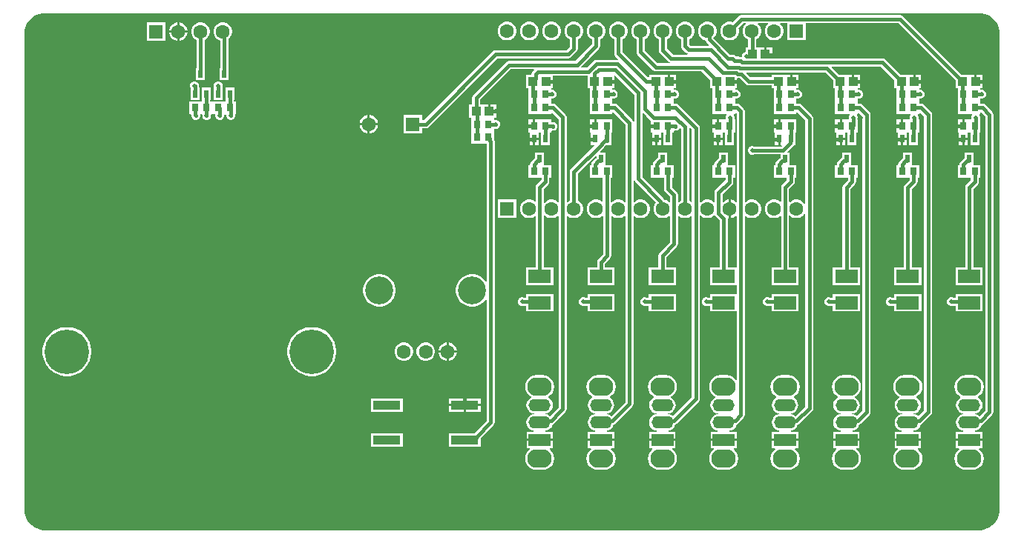
<source format=gtl>
G04*
G04 #@! TF.GenerationSoftware,Altium Limited,Altium Designer,22.7.1 (60)*
G04*
G04 Layer_Physical_Order=1*
G04 Layer_Color=255*
%FSLAX25Y25*%
%MOIN*%
G70*
G04*
G04 #@! TF.SameCoordinates,B4DE3396-8346-461D-A6ED-AD7C64C63353*
G04*
G04*
G04 #@! TF.FilePolarity,Positive*
G04*
G01*
G75*
%ADD13C,0.01968*%
%ADD15R,0.03150X0.03740*%
%ADD16R,0.10236X0.05906*%
%ADD17R,0.04134X0.03937*%
%ADD18R,0.01968X0.03543*%
%ADD19R,0.12205X0.03937*%
%ADD33C,0.01575*%
%ADD34C,0.20000*%
%ADD35O,0.11024X0.08268*%
%ADD36O,0.09843X0.05512*%
%ADD37R,0.09843X0.05512*%
%ADD38C,0.12598*%
%ADD39C,0.06299*%
%ADD40R,0.06299X0.06299*%
%ADD41R,0.06299X0.06299*%
%ADD42C,0.01968*%
G36*
X558431Y451206D02*
X560105Y450513D01*
X561611Y449506D01*
X562892Y448225D01*
X563899Y446719D01*
X564592Y445045D01*
X564945Y443268D01*
Y442362D01*
X564945Y228110D01*
X564945Y227204D01*
X564592Y225428D01*
X563899Y223754D01*
X562892Y222247D01*
X561611Y220966D01*
X560105Y219960D01*
X558431Y219267D01*
X556654Y218913D01*
X555748Y218913D01*
X152756Y218913D01*
X135078D01*
X133301Y219266D01*
X131628Y219960D01*
X130121Y220966D01*
X128840Y222247D01*
X127834Y223754D01*
X127140Y225428D01*
X126787Y227204D01*
Y228110D01*
X126787Y442362D01*
Y443268D01*
X127140Y445045D01*
X127834Y446719D01*
X128840Y448225D01*
X130121Y449506D01*
X131628Y450513D01*
X133301Y451206D01*
X135078Y451559D01*
X135984Y451559D01*
X556654D01*
X558431Y451206D01*
D02*
G37*
%LPC*%
G36*
X520276Y450641D02*
X520276Y450641D01*
X448915D01*
X448915Y450641D01*
X448218Y450503D01*
X447626Y450107D01*
X444902Y447383D01*
X444093Y447600D01*
X443000D01*
X441945Y447317D01*
X440999Y446771D01*
X440226Y445998D01*
X439680Y445052D01*
X439397Y443997D01*
Y442904D01*
X439680Y441849D01*
X440226Y440903D01*
X440999Y440130D01*
X441945Y439584D01*
X443000Y439301D01*
X444093D01*
X445148Y439584D01*
X446095Y440130D01*
X446867Y440903D01*
X447413Y441849D01*
X447696Y442904D01*
Y443997D01*
X447479Y444806D01*
X449670Y446996D01*
X450667D01*
X450831Y446603D01*
X450226Y445998D01*
X449680Y445052D01*
X449397Y443997D01*
Y442904D01*
X449680Y441849D01*
X450226Y440903D01*
X450999Y440130D01*
X451918Y439599D01*
Y436039D01*
X450673D01*
Y434140D01*
X449959Y433844D01*
X449400Y433286D01*
X449098Y432557D01*
Y432130D01*
X448794Y431880D01*
X448491Y431941D01*
X448491Y431941D01*
X446621D01*
X446171Y432391D01*
X445579Y432786D01*
X444882Y432925D01*
X444882Y432925D01*
X443668D01*
X436279Y440314D01*
X436867Y440903D01*
X437414Y441849D01*
X437696Y442904D01*
Y443997D01*
X437414Y445052D01*
X436867Y445998D01*
X436095Y446771D01*
X435148Y447317D01*
X434093Y447600D01*
X433000D01*
X431945Y447317D01*
X430999Y446771D01*
X430226Y445998D01*
X429680Y445052D01*
X429397Y443997D01*
Y442904D01*
X429680Y441849D01*
X430226Y440903D01*
X430999Y440130D01*
X431945Y439584D01*
X432602Y439408D01*
X432695Y438940D01*
X433090Y438348D01*
X434213Y437225D01*
X434062Y436862D01*
X425952D01*
X425369Y437444D01*
Y439711D01*
X426095Y440130D01*
X426867Y440903D01*
X427414Y441849D01*
X427696Y442904D01*
Y443997D01*
X427414Y445052D01*
X426867Y445998D01*
X426095Y446771D01*
X425148Y447317D01*
X424093Y447600D01*
X423000D01*
X421945Y447317D01*
X420999Y446771D01*
X420226Y445998D01*
X419680Y445052D01*
X419397Y443997D01*
Y442904D01*
X419680Y441849D01*
X420226Y440903D01*
X420999Y440130D01*
X421724Y439711D01*
Y436690D01*
X421724Y436690D01*
X421863Y435992D01*
X422258Y435401D01*
X423908Y433751D01*
X423908Y433751D01*
X424499Y433356D01*
X424686Y433319D01*
X424648Y432925D01*
X418078D01*
X415369Y435633D01*
Y439711D01*
X416095Y440130D01*
X416867Y440903D01*
X417414Y441849D01*
X417696Y442904D01*
Y443997D01*
X417414Y445052D01*
X416867Y445998D01*
X416095Y446771D01*
X415148Y447317D01*
X414093Y447600D01*
X413000D01*
X411945Y447317D01*
X410999Y446771D01*
X410226Y445998D01*
X409680Y445052D01*
X409397Y443997D01*
Y442904D01*
X409680Y441849D01*
X410226Y440903D01*
X410999Y440130D01*
X411724Y439711D01*
Y434879D01*
X411724Y434878D01*
X411863Y434181D01*
X412258Y433590D01*
X416034Y429814D01*
X416034Y429814D01*
X416625Y429419D01*
X416812Y429382D01*
X416774Y428988D01*
X411188D01*
X405369Y434807D01*
Y439711D01*
X406095Y440130D01*
X406867Y440903D01*
X407413Y441849D01*
X407696Y442904D01*
Y443997D01*
X407413Y445052D01*
X406867Y445998D01*
X406095Y446771D01*
X405148Y447317D01*
X404093Y447600D01*
X403000D01*
X401945Y447317D01*
X400999Y446771D01*
X400226Y445998D01*
X399680Y445052D01*
X399397Y443997D01*
Y442904D01*
X399680Y441849D01*
X400226Y440903D01*
X400999Y440130D01*
X401724Y439711D01*
Y434052D01*
X401724Y434052D01*
X401863Y433354D01*
X402258Y432763D01*
X409144Y425877D01*
X409144Y425877D01*
X409736Y425482D01*
X410433Y425343D01*
X410433Y425343D01*
X430938D01*
X434925Y421356D01*
Y417898D01*
X435445D01*
X435811Y417831D01*
Y412091D01*
X435811D01*
Y411925D01*
X435811D01*
Y406185D01*
X442235D01*
X442385Y405821D01*
X442215Y405652D01*
X441913Y404922D01*
Y404133D01*
X441947Y404051D01*
X441684Y403657D01*
X438886D01*
Y400787D01*
X438386D01*
Y400287D01*
X435811D01*
Y397917D01*
X436076D01*
X436402Y397752D01*
X436402Y397524D01*
Y395480D01*
X440370D01*
Y397524D01*
X440370Y397752D01*
X440695Y397917D01*
X441194D01*
X441520Y397752D01*
Y392209D01*
X445488D01*
Y397752D01*
X445813Y397917D01*
X446079D01*
Y403657D01*
X446079D01*
X445848Y404051D01*
X445882Y404133D01*
Y404922D01*
X445580Y405652D01*
X445410Y405821D01*
X445561Y406185D01*
X446079D01*
Y406693D01*
X446472Y406856D01*
X446787Y406541D01*
Y366593D01*
X446423Y366442D01*
X446095Y366771D01*
X445148Y367317D01*
X444093Y367600D01*
X444047D01*
Y363450D01*
Y359301D01*
X444093D01*
X445148Y359584D01*
X446095Y360130D01*
X446423Y360459D01*
X446787Y360308D01*
Y337024D01*
X442767D01*
Y358956D01*
X442905Y359159D01*
X443047Y359251D01*
Y363450D01*
Y367600D01*
X443000D01*
X441945Y367317D01*
X440999Y366771D01*
X440796Y366568D01*
X440432Y366719D01*
Y369941D01*
X444793Y374302D01*
X444793Y374302D01*
X445188Y374893D01*
X445326Y375590D01*
X445326Y375591D01*
Y377445D01*
X446079D01*
Y383185D01*
X443254D01*
X442929Y383350D01*
Y388894D01*
X438961D01*
Y386554D01*
X438475Y386230D01*
X438475Y386230D01*
X437097Y384852D01*
X436702Y384260D01*
X436563Y383563D01*
X436563Y383563D01*
Y383185D01*
X435811D01*
Y377445D01*
X441681D01*
Y376345D01*
X437321Y371985D01*
X436926Y371394D01*
X436787Y370696D01*
X436787Y370696D01*
Y366593D01*
X436423Y366442D01*
X436095Y366771D01*
X435148Y367317D01*
X434093Y367600D01*
X433000D01*
X431945Y367317D01*
X430999Y366771D01*
X430670Y366442D01*
X430306Y366593D01*
Y399863D01*
X430167Y400560D01*
X429772Y401152D01*
X429772Y401152D01*
X420580Y410344D01*
X419989Y410739D01*
X419291Y410878D01*
X419291Y410878D01*
X418520D01*
Y411925D01*
X418520D01*
Y412091D01*
X418520D01*
Y412976D01*
X419292D01*
X420022Y413278D01*
X420580Y413837D01*
X420882Y414566D01*
Y415355D01*
X420580Y416085D01*
X420022Y416643D01*
X419292Y416945D01*
X418520D01*
Y417831D01*
X418886Y417898D01*
X419406D01*
Y420366D01*
X416339D01*
Y420866D01*
X415839D01*
Y423835D01*
X407366D01*
Y422689D01*
X406759D01*
X395369Y434078D01*
Y439711D01*
X396095Y440130D01*
X396867Y440903D01*
X397413Y441849D01*
X397696Y442904D01*
Y443997D01*
X397413Y445052D01*
X396867Y445998D01*
X396095Y446771D01*
X395148Y447317D01*
X394093Y447600D01*
X393000D01*
X391945Y447317D01*
X390999Y446771D01*
X390226Y445998D01*
X389680Y445052D01*
X389397Y443997D01*
Y442904D01*
X389680Y441849D01*
X390226Y440903D01*
X390999Y440130D01*
X391724Y439711D01*
Y433323D01*
X391724Y433323D01*
X391863Y432626D01*
X392258Y432035D01*
X393367Y430926D01*
X393173Y430563D01*
X393094Y430578D01*
X393094Y430578D01*
X383776D01*
X383776Y430578D01*
X383079Y430440D01*
X382487Y430045D01*
X382487Y430045D01*
X379462Y427019D01*
X376961D01*
X376811Y427383D01*
X384835Y435408D01*
X384835Y435408D01*
X385230Y435999D01*
X385369Y436696D01*
X385369Y436696D01*
Y439711D01*
X386095Y440130D01*
X386867Y440903D01*
X387414Y441849D01*
X387696Y442904D01*
Y443997D01*
X387414Y445052D01*
X386867Y445998D01*
X386095Y446771D01*
X385148Y447317D01*
X384093Y447600D01*
X383000D01*
X381945Y447317D01*
X380999Y446771D01*
X380226Y445998D01*
X379680Y445052D01*
X379397Y443997D01*
Y442904D01*
X379680Y441849D01*
X380226Y440903D01*
X380999Y440130D01*
X381724Y439711D01*
Y437451D01*
X374245Y429972D01*
X344488D01*
X344488Y429972D01*
X343791Y429833D01*
X343199Y429438D01*
X343199Y429438D01*
X328436Y414675D01*
X328041Y414083D01*
X327902Y413386D01*
X327902Y413386D01*
Y410449D01*
X326658D01*
Y404512D01*
X327177D01*
X327543Y404445D01*
Y398705D01*
X327543D01*
Y398539D01*
X327543D01*
Y392799D01*
X334414D01*
Y330918D01*
X334037Y330804D01*
X333622Y331425D01*
X332606Y332441D01*
X331410Y333240D01*
X330082Y333790D01*
X328672Y334071D01*
X327234D01*
X325824Y333790D01*
X324495Y333240D01*
X323300Y332441D01*
X322283Y331425D01*
X321484Y330229D01*
X320934Y328901D01*
X320654Y327491D01*
Y326053D01*
X320934Y324642D01*
X321484Y323314D01*
X322283Y322119D01*
X323300Y321102D01*
X324495Y320303D01*
X325824Y319753D01*
X327234Y319472D01*
X328672D01*
X330082Y319753D01*
X331410Y320303D01*
X332606Y321102D01*
X333622Y322119D01*
X334037Y322739D01*
X334414Y322625D01*
Y268093D01*
X328738Y262417D01*
X317504D01*
Y256480D01*
X331709D01*
Y260234D01*
X337525Y266050D01*
X337920Y266641D01*
X338059Y267339D01*
X338059Y267339D01*
Y393630D01*
X338059Y393630D01*
X337920Y394328D01*
X337811Y394491D01*
Y398539D01*
X337811D01*
Y398705D01*
X337811D01*
Y399392D01*
X338138Y399611D01*
X338188Y399590D01*
X338977D01*
X339707Y399893D01*
X340265Y400451D01*
X340567Y401180D01*
Y401969D01*
X340265Y402699D01*
X339707Y403257D01*
X338977Y403559D01*
X338188D01*
X338138Y403539D01*
X337811Y403757D01*
Y404445D01*
X338177Y404512D01*
X338697D01*
Y406980D01*
X335630D01*
Y407480D01*
X335130D01*
Y410449D01*
X331547D01*
Y412631D01*
X345243Y426327D01*
X355649D01*
X355799Y425963D01*
X355122Y425286D01*
X354727Y424695D01*
X354588Y423997D01*
X354259Y423835D01*
X352248D01*
Y417898D01*
X352768D01*
X353134Y417831D01*
Y412091D01*
X353134D01*
Y411925D01*
X353134D01*
Y406185D01*
X363402D01*
Y406693D01*
X363795Y406856D01*
X366787Y403864D01*
Y366593D01*
X366424Y366442D01*
X366095Y366771D01*
X365148Y367317D01*
X364093Y367600D01*
X363000D01*
X361945Y367317D01*
X360999Y366771D01*
X360484Y366256D01*
X360090Y366419D01*
Y372474D01*
X362115Y374499D01*
X362115Y374499D01*
X362510Y375090D01*
X362649Y375787D01*
Y377445D01*
X363402D01*
Y383185D01*
X360577D01*
X360252Y383350D01*
Y388894D01*
X356283D01*
Y386554D01*
X355798Y386230D01*
X355798Y386230D01*
X354420Y384852D01*
X354025Y384260D01*
X353886Y383563D01*
X353886Y383563D01*
Y383185D01*
X353134D01*
Y377445D01*
X359004D01*
Y376542D01*
X356979Y374517D01*
X356584Y373926D01*
X356445Y373228D01*
X356445Y373228D01*
Y366916D01*
X356405Y366899D01*
X356052Y366796D01*
X355148Y367317D01*
X354093Y367600D01*
X353000D01*
X351945Y367317D01*
X350999Y366771D01*
X350226Y365998D01*
X349680Y365052D01*
X349397Y363997D01*
Y362904D01*
X349680Y361849D01*
X350226Y360903D01*
X350999Y360130D01*
X351945Y359584D01*
X353000Y359301D01*
X354093D01*
X355148Y359584D01*
X356052Y360105D01*
X356405Y360001D01*
X356445Y359985D01*
Y337024D01*
X352150D01*
Y329118D01*
X364386D01*
Y337024D01*
X360090D01*
Y360482D01*
X360484Y360645D01*
X360999Y360130D01*
X361945Y359584D01*
X363000Y359301D01*
X364093D01*
X365148Y359584D01*
X366095Y360130D01*
X366424Y360459D01*
X366787Y360308D01*
Y274089D01*
X366034Y273336D01*
X366034Y273336D01*
X362879Y270180D01*
X362327Y270604D01*
X361414Y270982D01*
X360812Y271061D01*
Y271458D01*
X361414Y271538D01*
X362327Y271916D01*
X363112Y272518D01*
X363714Y273303D01*
X364092Y274216D01*
X364221Y275197D01*
X364092Y276177D01*
X363714Y277091D01*
X363112Y277876D01*
X362327Y278478D01*
X362150Y278551D01*
X362150Y278945D01*
X362235Y278980D01*
X363307Y279803D01*
X364130Y280875D01*
X364647Y282124D01*
X364824Y283465D01*
X364647Y284805D01*
X364130Y286054D01*
X363307Y287126D01*
X362235Y287949D01*
X360986Y288466D01*
X359646Y288643D01*
X356890D01*
X355550Y288466D01*
X354301Y287949D01*
X353228Y287126D01*
X352405Y286054D01*
X351888Y284805D01*
X351712Y283465D01*
X351888Y282124D01*
X352405Y280875D01*
X353228Y279803D01*
X354301Y278980D01*
X354386Y278945D01*
X354386Y278551D01*
X354208Y278478D01*
X353424Y277876D01*
X352822Y277091D01*
X352443Y276177D01*
X352314Y275197D01*
X352443Y274216D01*
X352822Y273303D01*
X353424Y272518D01*
X354208Y271916D01*
X355122Y271538D01*
X355724Y271458D01*
Y271061D01*
X355122Y270982D01*
X354208Y270604D01*
X353424Y270002D01*
X352822Y269217D01*
X352443Y268303D01*
X352314Y267323D01*
X352443Y266342D01*
X352822Y265429D01*
X353424Y264644D01*
X354208Y264042D01*
X355122Y263664D01*
X355617Y263598D01*
X355591Y263205D01*
X352346D01*
Y259949D01*
X358268D01*
X364189D01*
Y263205D01*
X360944D01*
X360918Y263598D01*
X361414Y263664D01*
X362327Y264042D01*
X363112Y264644D01*
X363714Y265429D01*
X364092Y266342D01*
X364108Y266465D01*
X364124Y266468D01*
X364716Y266863D01*
X368612Y270759D01*
X368612Y270759D01*
X369898Y272045D01*
X369898Y272045D01*
X370293Y272637D01*
X370432Y273334D01*
Y360182D01*
X370796Y360333D01*
X370999Y360130D01*
X371945Y359584D01*
X373000Y359301D01*
X374093D01*
X375148Y359584D01*
X376095Y360130D01*
X376867Y360903D01*
X377414Y361849D01*
X377696Y362904D01*
Y363997D01*
X377414Y365052D01*
X376867Y365998D01*
X376095Y366771D01*
X375369Y367190D01*
Y379221D01*
X383479Y387330D01*
X383842Y387180D01*
Y386554D01*
X383357Y386230D01*
X383357Y386230D01*
X381979Y384852D01*
X381584Y384260D01*
X381445Y383563D01*
X381445Y383563D01*
Y383185D01*
X380693D01*
Y377445D01*
X386563D01*
Y366816D01*
X386200Y366666D01*
X386095Y366771D01*
X385148Y367317D01*
X384093Y367600D01*
X383000D01*
X381945Y367317D01*
X380999Y366771D01*
X380226Y365998D01*
X379680Y365052D01*
X379397Y363997D01*
Y362904D01*
X379680Y361849D01*
X380226Y360903D01*
X380999Y360130D01*
X381945Y359584D01*
X383000Y359301D01*
X384093D01*
X385148Y359584D01*
X386095Y360130D01*
X386423Y360459D01*
X386787Y360308D01*
Y343105D01*
X384538Y340856D01*
X384143Y340264D01*
X384004Y339567D01*
X384004Y339567D01*
Y337024D01*
X379709D01*
Y329118D01*
X391945D01*
Y337024D01*
X387649D01*
Y338812D01*
X389898Y341061D01*
X389898Y341061D01*
X390293Y341652D01*
X390432Y342350D01*
X390432Y342350D01*
Y360182D01*
X390796Y360333D01*
X390999Y360130D01*
X391945Y359584D01*
X393000Y359301D01*
X394093D01*
X395148Y359584D01*
X396095Y360130D01*
X396436Y360471D01*
X396800Y360320D01*
Y276542D01*
X390438Y270180D01*
X389886Y270604D01*
X388973Y270982D01*
X388371Y271061D01*
Y271458D01*
X388973Y271538D01*
X389886Y271916D01*
X390671Y272518D01*
X391273Y273303D01*
X391651Y274216D01*
X391780Y275197D01*
X391651Y276177D01*
X391273Y277091D01*
X390671Y277876D01*
X389886Y278478D01*
X389709Y278551D01*
X389709Y278945D01*
X389794Y278980D01*
X390866Y279803D01*
X391689Y280875D01*
X392206Y282124D01*
X392383Y283465D01*
X392206Y284805D01*
X391689Y286054D01*
X390866Y287126D01*
X389794Y287949D01*
X388545Y288466D01*
X387205Y288643D01*
X384449D01*
X383109Y288466D01*
X381860Y287949D01*
X380787Y287126D01*
X379964Y286054D01*
X379447Y284805D01*
X379271Y283465D01*
X379447Y282124D01*
X379964Y280875D01*
X380787Y279803D01*
X381860Y278980D01*
X381945Y278945D01*
X381945Y278551D01*
X381767Y278478D01*
X380983Y277876D01*
X380381Y277091D01*
X380002Y276177D01*
X379873Y275197D01*
X380002Y274216D01*
X380381Y273303D01*
X380983Y272518D01*
X381767Y271916D01*
X382681Y271538D01*
X383283Y271458D01*
Y271061D01*
X382681Y270982D01*
X381767Y270604D01*
X380983Y270002D01*
X380381Y269217D01*
X380002Y268303D01*
X379873Y267323D01*
X380002Y266342D01*
X380381Y265429D01*
X380983Y264644D01*
X381767Y264042D01*
X382681Y263664D01*
X383176Y263598D01*
X383150Y263205D01*
X379906D01*
Y259949D01*
X385827D01*
X391748D01*
Y263205D01*
X388503D01*
X388477Y263598D01*
X388973Y263664D01*
X389886Y264042D01*
X390671Y264644D01*
X391273Y265429D01*
X391651Y266342D01*
X391668Y266465D01*
X391684Y266468D01*
X392275Y266863D01*
X399911Y274499D01*
X399911Y274499D01*
X400306Y275090D01*
X400445Y275787D01*
X400445Y275787D01*
Y360170D01*
X400808Y360320D01*
X400999Y360130D01*
X401945Y359584D01*
X403000Y359301D01*
X404093D01*
X405148Y359584D01*
X406095Y360130D01*
X406867Y360903D01*
X407413Y361849D01*
X407696Y362904D01*
Y363997D01*
X407413Y365052D01*
X406867Y365998D01*
X406095Y366771D01*
X405148Y367317D01*
X404093Y367600D01*
X403000D01*
X401945Y367317D01*
X400999Y366771D01*
X400796Y366568D01*
X400432Y366719D01*
Y376482D01*
X400826Y376520D01*
X400875Y376271D01*
X401270Y375680D01*
X410589Y366361D01*
X410226Y365998D01*
X409680Y365052D01*
X409397Y363997D01*
Y362904D01*
X409680Y361849D01*
X410226Y360903D01*
X410999Y360130D01*
X411945Y359584D01*
X413000Y359301D01*
X414093D01*
X415148Y359584D01*
X416095Y360130D01*
X416424Y360459D01*
X416787Y360308D01*
Y348498D01*
X412097Y343808D01*
X411702Y343217D01*
X411563Y342520D01*
X411563Y342520D01*
Y337024D01*
X407268D01*
Y329118D01*
X419504D01*
Y337024D01*
X415208D01*
Y341765D01*
X419898Y346455D01*
X419898Y346455D01*
X420293Y347046D01*
X420432Y347744D01*
X420432Y347744D01*
Y360182D01*
X420796Y360333D01*
X420999Y360130D01*
X421945Y359584D01*
X423000Y359301D01*
X424093D01*
X425148Y359584D01*
X426095Y360130D01*
X426298Y360333D01*
X426661Y360182D01*
Y278845D01*
X417997Y270180D01*
X417445Y270604D01*
X416532Y270982D01*
X415930Y271061D01*
Y271458D01*
X416532Y271538D01*
X417445Y271916D01*
X418230Y272518D01*
X418832Y273303D01*
X419210Y274216D01*
X419340Y275197D01*
X419210Y276177D01*
X418832Y277091D01*
X418230Y277876D01*
X417445Y278478D01*
X417268Y278551D01*
X417268Y278945D01*
X417353Y278980D01*
X418425Y279803D01*
X419248Y280875D01*
X419766Y282124D01*
X419942Y283465D01*
X419766Y284805D01*
X419248Y286054D01*
X418425Y287126D01*
X417353Y287949D01*
X416104Y288466D01*
X414764Y288643D01*
X412008D01*
X410668Y288466D01*
X409419Y287949D01*
X408346Y287126D01*
X407523Y286054D01*
X407006Y284805D01*
X406830Y283465D01*
X407006Y282124D01*
X407523Y280875D01*
X408346Y279803D01*
X409419Y278980D01*
X409504Y278945D01*
X409504Y278551D01*
X409326Y278478D01*
X408542Y277876D01*
X407940Y277091D01*
X407561Y276177D01*
X407432Y275197D01*
X407561Y274216D01*
X407940Y273303D01*
X408542Y272518D01*
X409326Y271916D01*
X410240Y271538D01*
X410842Y271458D01*
Y271061D01*
X410240Y270982D01*
X409326Y270604D01*
X408542Y270002D01*
X407940Y269217D01*
X407561Y268303D01*
X407432Y267323D01*
X407561Y266342D01*
X407940Y265429D01*
X408542Y264644D01*
X409326Y264042D01*
X410240Y263664D01*
X410735Y263598D01*
X410709Y263205D01*
X407465D01*
Y259949D01*
X413386D01*
X419307D01*
Y263205D01*
X416062D01*
X416037Y263598D01*
X416532Y263664D01*
X417445Y264042D01*
X418230Y264644D01*
X418832Y265429D01*
X419210Y266342D01*
X419227Y266465D01*
X419243Y266468D01*
X419834Y266863D01*
X429772Y276801D01*
X429772Y276801D01*
X430167Y277393D01*
X430306Y278090D01*
X430306Y278090D01*
Y360308D01*
X430670Y360459D01*
X430999Y360130D01*
X431945Y359584D01*
X433000Y359301D01*
X434093D01*
X435148Y359584D01*
X436095Y360130D01*
X436562Y360598D01*
X436592Y360607D01*
X437047Y360526D01*
X437321Y360117D01*
X439122Y358315D01*
Y337024D01*
X434827D01*
Y329118D01*
X446787D01*
Y325213D01*
X434827D01*
Y323476D01*
X433856D01*
X433466Y323638D01*
X432676D01*
X431947Y323336D01*
X431389Y322778D01*
X431087Y322048D01*
Y321259D01*
X431389Y320530D01*
X431947Y319971D01*
X432676Y319669D01*
X433466D01*
X433856Y319831D01*
X434827D01*
Y317307D01*
X446787D01*
Y286692D01*
X446414Y286566D01*
X445984Y287126D01*
X444912Y287949D01*
X443663Y288466D01*
X442323Y288643D01*
X439567D01*
X438227Y288466D01*
X436978Y287949D01*
X435905Y287126D01*
X435082Y286054D01*
X434565Y284805D01*
X434389Y283465D01*
X434565Y282124D01*
X435082Y280875D01*
X435905Y279803D01*
X436978Y278980D01*
X437063Y278945D01*
X437063Y278551D01*
X436885Y278478D01*
X436101Y277876D01*
X435499Y277091D01*
X435120Y276177D01*
X434991Y275197D01*
X435120Y274216D01*
X435499Y273303D01*
X436101Y272518D01*
X436885Y271916D01*
X437799Y271538D01*
X438401Y271458D01*
Y271061D01*
X437799Y270982D01*
X436885Y270604D01*
X436101Y270002D01*
X435499Y269217D01*
X435120Y268303D01*
X434991Y267323D01*
X435120Y266342D01*
X435499Y265429D01*
X436101Y264644D01*
X436885Y264042D01*
X437799Y263664D01*
X438294Y263598D01*
X438268Y263205D01*
X435024D01*
Y259949D01*
X440945D01*
X446866D01*
Y263205D01*
X443621D01*
X443596Y263598D01*
X444091Y263664D01*
X445004Y264042D01*
X445789Y264644D01*
X446391Y265429D01*
X446770Y266342D01*
X446786Y266465D01*
X446802Y266468D01*
X447393Y266863D01*
X449898Y269368D01*
X449898Y269368D01*
X450293Y269959D01*
X450432Y270657D01*
X450432Y270657D01*
Y360182D01*
X450796Y360333D01*
X450999Y360130D01*
X451945Y359584D01*
X453000Y359301D01*
X454093D01*
X455148Y359584D01*
X456095Y360130D01*
X456867Y360903D01*
X457413Y361849D01*
X457696Y362904D01*
Y363997D01*
X457413Y365052D01*
X456867Y365998D01*
X456095Y366771D01*
X455148Y367317D01*
X454093Y367600D01*
X453000D01*
X451945Y367317D01*
X450999Y366771D01*
X450796Y366568D01*
X450432Y366719D01*
Y407296D01*
X450432Y407296D01*
X450293Y407993D01*
X449898Y408584D01*
X449898Y408584D01*
X448139Y410344D01*
X447548Y410739D01*
X446850Y410878D01*
X446850Y410878D01*
X446079D01*
Y411925D01*
X446079D01*
Y412091D01*
X446079D01*
Y412976D01*
X446851D01*
X447581Y413278D01*
X448139Y413837D01*
X448441Y414566D01*
Y415355D01*
X448139Y416085D01*
X447581Y416643D01*
X446851Y416945D01*
X446079D01*
Y417831D01*
X446445Y417898D01*
X446965D01*
Y420366D01*
X443898D01*
Y421366D01*
X446965D01*
Y422181D01*
X447162Y422343D01*
X447162Y422343D01*
X448045D01*
X450810Y419578D01*
X450810Y419578D01*
X451402Y419182D01*
X452099Y419044D01*
X452099Y419044D01*
X462484D01*
Y417898D01*
X463004D01*
X463370Y417831D01*
Y412091D01*
X463370D01*
Y411925D01*
X463370D01*
Y406185D01*
X473638D01*
Y406693D01*
X474031Y406856D01*
X477508Y403379D01*
Y365675D01*
X477115Y365570D01*
X476867Y365998D01*
X476095Y366771D01*
X475148Y367317D01*
X474093Y367600D01*
X473000D01*
X471945Y367317D01*
X470999Y366771D01*
X470690Y366462D01*
X470326Y366613D01*
Y372474D01*
X472352Y374499D01*
X472352Y374499D01*
X472747Y375090D01*
X472885Y375787D01*
Y377445D01*
X473638D01*
Y383185D01*
X470813D01*
X470488Y383350D01*
Y388894D01*
X469741D01*
X469591Y389257D01*
X472155Y391822D01*
X472155Y391822D01*
X472413Y392209D01*
X473047D01*
Y397752D01*
X473373Y397917D01*
X473638D01*
Y403657D01*
X466445D01*
Y400787D01*
X465945D01*
Y400287D01*
X463370D01*
Y397917D01*
X463635D01*
X463961Y397752D01*
Y395480D01*
X465945D01*
Y394980D01*
X466445D01*
Y392209D01*
X466873D01*
X467024Y391845D01*
X466765Y391586D01*
X454526D01*
X454135Y391748D01*
X453345D01*
X452616Y391446D01*
X452058Y390888D01*
X451756Y390159D01*
Y389369D01*
X452058Y388640D01*
X452616Y388082D01*
X453345Y387779D01*
X454135D01*
X454526Y387941D01*
X466520D01*
Y386554D01*
X466034Y386230D01*
X466034Y386230D01*
X464656Y384852D01*
X464261Y384260D01*
X464122Y383563D01*
X464122Y383563D01*
Y383185D01*
X463370D01*
Y377445D01*
X469241D01*
Y376542D01*
X467215Y374517D01*
X466820Y373926D01*
X466681Y373228D01*
X466681Y373228D01*
Y366698D01*
X466318Y366548D01*
X466095Y366771D01*
X465148Y367317D01*
X464093Y367600D01*
X463000D01*
X461945Y367317D01*
X460999Y366771D01*
X460226Y365998D01*
X459680Y365052D01*
X459397Y363997D01*
Y362904D01*
X459680Y361849D01*
X460226Y360903D01*
X460999Y360130D01*
X461945Y359584D01*
X463000Y359301D01*
X464093D01*
X465148Y359584D01*
X466095Y360130D01*
X466318Y360353D01*
X466681Y360202D01*
Y337024D01*
X462386D01*
Y329118D01*
X474622D01*
Y337024D01*
X470326D01*
Y360288D01*
X470690Y360438D01*
X470999Y360130D01*
X471945Y359584D01*
X473000Y359301D01*
X474093D01*
X475148Y359584D01*
X476095Y360130D01*
X476867Y360903D01*
X477115Y361331D01*
X477508Y361226D01*
Y274574D01*
X473115Y270180D01*
X472564Y270604D01*
X471650Y270982D01*
X471048Y271061D01*
Y271458D01*
X471650Y271538D01*
X472564Y271916D01*
X473348Y272518D01*
X473950Y273303D01*
X474329Y274216D01*
X474458Y275197D01*
X474329Y276177D01*
X473950Y277091D01*
X473348Y277876D01*
X472564Y278478D01*
X472386Y278551D01*
X472386Y278945D01*
X472471Y278980D01*
X473543Y279803D01*
X474366Y280875D01*
X474884Y282124D01*
X475060Y283465D01*
X474884Y284805D01*
X474366Y286054D01*
X473543Y287126D01*
X472471Y287949D01*
X471222Y288466D01*
X469882Y288643D01*
X467126D01*
X465786Y288466D01*
X464537Y287949D01*
X463464Y287126D01*
X462642Y286054D01*
X462124Y284805D01*
X461948Y283465D01*
X462124Y282124D01*
X462642Y280875D01*
X463464Y279803D01*
X464537Y278980D01*
X464622Y278945D01*
X464622Y278551D01*
X464444Y278478D01*
X463660Y277876D01*
X463058Y277091D01*
X462679Y276177D01*
X462550Y275197D01*
X462679Y274216D01*
X463058Y273303D01*
X463660Y272518D01*
X464444Y271916D01*
X465358Y271538D01*
X465960Y271458D01*
Y271061D01*
X465358Y270982D01*
X464444Y270604D01*
X463660Y270002D01*
X463058Y269217D01*
X462679Y268303D01*
X462550Y267323D01*
X462679Y266342D01*
X463058Y265429D01*
X463660Y264644D01*
X464444Y264042D01*
X465358Y263664D01*
X465853Y263598D01*
X465828Y263205D01*
X462583D01*
Y259949D01*
X468504D01*
X474425D01*
Y263205D01*
X471180D01*
X471155Y263598D01*
X471650Y263664D01*
X472564Y264042D01*
X473348Y264644D01*
X473950Y265429D01*
X474329Y266342D01*
X474345Y266465D01*
X474361Y266468D01*
X474952Y266863D01*
X480619Y272530D01*
X480619Y272530D01*
X481014Y273122D01*
X481153Y273819D01*
Y404134D01*
X481153Y404134D01*
X481014Y404831D01*
X480619Y405422D01*
X480619Y405422D01*
X475698Y410344D01*
X475107Y410739D01*
X474409Y410878D01*
X474409Y410878D01*
X473638D01*
Y411925D01*
X473638D01*
Y412091D01*
X473638D01*
Y412976D01*
X474410D01*
X475140Y413278D01*
X475698Y413837D01*
X476000Y414566D01*
Y415355D01*
X475698Y416085D01*
X475140Y416643D01*
X474410Y416945D01*
X473638D01*
Y417831D01*
X474004Y417898D01*
X474524D01*
Y420366D01*
X471457D01*
Y420866D01*
X470957D01*
Y423835D01*
X462484D01*
Y422689D01*
X452854D01*
X450988Y424554D01*
X451139Y424918D01*
X486481D01*
X490043Y421356D01*
Y417898D01*
X490563D01*
X490929Y417831D01*
Y412091D01*
X490929D01*
Y411925D01*
X490929D01*
Y406185D01*
X497353D01*
X497503Y405821D01*
X497334Y405652D01*
X497031Y404922D01*
Y404133D01*
X497065Y404051D01*
X496802Y403657D01*
X494004D01*
Y400787D01*
X493504D01*
Y400287D01*
X490929D01*
Y397917D01*
X491194D01*
X491520Y397752D01*
X491520Y397524D01*
Y395480D01*
X495488D01*
Y397524D01*
X495488Y397752D01*
X495813Y397917D01*
X496313D01*
X496638Y397752D01*
Y392209D01*
X500606D01*
Y397752D01*
X500932Y397917D01*
X501197D01*
Y403657D01*
X501197D01*
X500966Y404051D01*
X501000Y404133D01*
Y404922D01*
X500698Y405652D01*
X500528Y405821D01*
X500679Y406185D01*
X501197D01*
Y406693D01*
X501590Y406856D01*
X503296Y405151D01*
Y272802D01*
X500674Y270180D01*
X500122Y270604D01*
X499209Y270982D01*
X498607Y271061D01*
Y271458D01*
X499209Y271538D01*
X500122Y271916D01*
X500907Y272518D01*
X501509Y273303D01*
X501888Y274216D01*
X502017Y275197D01*
X501888Y276177D01*
X501509Y277091D01*
X500907Y277876D01*
X500122Y278478D01*
X499945Y278551D01*
X499945Y278945D01*
X500030Y278980D01*
X501102Y279803D01*
X501925Y280875D01*
X502443Y282124D01*
X502619Y283465D01*
X502443Y284805D01*
X501925Y286054D01*
X501102Y287126D01*
X500030Y287949D01*
X498781Y288466D01*
X497441Y288643D01*
X494685D01*
X493345Y288466D01*
X492096Y287949D01*
X491023Y287126D01*
X490201Y286054D01*
X489683Y284805D01*
X489507Y283465D01*
X489683Y282124D01*
X490201Y280875D01*
X491023Y279803D01*
X492096Y278980D01*
X492181Y278945D01*
X492181Y278551D01*
X492003Y278478D01*
X491219Y277876D01*
X490617Y277091D01*
X490238Y276177D01*
X490109Y275197D01*
X490238Y274216D01*
X490617Y273303D01*
X491219Y272518D01*
X492003Y271916D01*
X492917Y271538D01*
X493519Y271458D01*
Y271061D01*
X492917Y270982D01*
X492003Y270604D01*
X491219Y270002D01*
X490617Y269217D01*
X490238Y268303D01*
X490109Y267323D01*
X490238Y266342D01*
X490617Y265429D01*
X491219Y264644D01*
X492003Y264042D01*
X492917Y263664D01*
X493412Y263598D01*
X493387Y263205D01*
X490142D01*
Y259949D01*
X496063D01*
X501984D01*
Y263205D01*
X498739D01*
X498714Y263598D01*
X499209Y263664D01*
X500122Y264042D01*
X500907Y264644D01*
X501509Y265429D01*
X501888Y266342D01*
X501904Y266465D01*
X501920Y266468D01*
X502511Y266863D01*
X506407Y270759D01*
X506407Y270759D01*
X506802Y271350D01*
X506941Y272047D01*
X506941Y272047D01*
Y405905D01*
X506941Y405905D01*
X506802Y406603D01*
X506407Y407194D01*
X506407Y407194D01*
X503257Y410344D01*
X502666Y410739D01*
X501968Y410878D01*
X501968Y410878D01*
X501197D01*
Y411925D01*
X501197D01*
Y412091D01*
X501197D01*
Y412976D01*
X501969D01*
X502699Y413278D01*
X503257Y413837D01*
X503559Y414566D01*
Y415355D01*
X503257Y416085D01*
X502699Y416643D01*
X501969Y416945D01*
X501197D01*
Y417831D01*
X501563Y417898D01*
X502083D01*
Y420366D01*
X499016D01*
Y420866D01*
X498516D01*
Y423835D01*
X492719D01*
X489425Y427129D01*
X489576Y427493D01*
X511466D01*
X517602Y421356D01*
Y417898D01*
X518122D01*
X518488Y417831D01*
Y412091D01*
X518488D01*
Y411925D01*
X518488D01*
Y406185D01*
X524912D01*
X525062Y405821D01*
X524893Y405652D01*
X524590Y404922D01*
Y404133D01*
X524624Y404051D01*
X524361Y403657D01*
X521563D01*
Y400787D01*
X521063D01*
Y400287D01*
X518488D01*
Y397917D01*
X518753D01*
X519079Y397752D01*
X519079Y397524D01*
Y395480D01*
X523047D01*
Y397524D01*
X523047Y397752D01*
X523373Y397917D01*
X523872D01*
X524197Y397752D01*
Y392209D01*
X528165D01*
Y397752D01*
X528491Y397917D01*
X528756D01*
Y403657D01*
X528756D01*
X528525Y404051D01*
X528559Y404133D01*
Y404922D01*
X528257Y405652D01*
X528087Y405821D01*
X528238Y406185D01*
X528756D01*
Y406693D01*
X529150Y406856D01*
X530855Y405151D01*
Y272802D01*
X528233Y270180D01*
X527682Y270604D01*
X526768Y270982D01*
X526166Y271061D01*
Y271458D01*
X526768Y271538D01*
X527682Y271916D01*
X528466Y272518D01*
X529068Y273303D01*
X529447Y274216D01*
X529576Y275197D01*
X529447Y276177D01*
X529068Y277091D01*
X528466Y277876D01*
X527682Y278478D01*
X527504Y278551D01*
X527504Y278945D01*
X527589Y278980D01*
X528661Y279803D01*
X529484Y280875D01*
X530002Y282124D01*
X530178Y283465D01*
X530002Y284805D01*
X529484Y286054D01*
X528661Y287126D01*
X527589Y287949D01*
X526340Y288466D01*
X525000Y288643D01*
X522244D01*
X520904Y288466D01*
X519655Y287949D01*
X518583Y287126D01*
X517760Y286054D01*
X517242Y284805D01*
X517066Y283465D01*
X517242Y282124D01*
X517760Y280875D01*
X518583Y279803D01*
X519655Y278980D01*
X519740Y278945D01*
X519740Y278551D01*
X519562Y278478D01*
X518778Y277876D01*
X518176Y277091D01*
X517798Y276177D01*
X517668Y275197D01*
X517798Y274216D01*
X518176Y273303D01*
X518778Y272518D01*
X519562Y271916D01*
X520476Y271538D01*
X521078Y271458D01*
Y271061D01*
X520476Y270982D01*
X519562Y270604D01*
X518778Y270002D01*
X518176Y269217D01*
X517798Y268303D01*
X517668Y267323D01*
X517798Y266342D01*
X518176Y265429D01*
X518778Y264644D01*
X519562Y264042D01*
X520476Y263664D01*
X520971Y263598D01*
X520946Y263205D01*
X517701D01*
Y259949D01*
X523622D01*
X529543D01*
Y263205D01*
X526299D01*
X526273Y263598D01*
X526768Y263664D01*
X527682Y264042D01*
X528466Y264644D01*
X529068Y265429D01*
X529447Y266342D01*
X529463Y266465D01*
X529479Y266468D01*
X530070Y266863D01*
X533966Y270759D01*
X533966Y270759D01*
X534361Y271350D01*
X534500Y272047D01*
X534500Y272047D01*
Y405905D01*
X534500Y405905D01*
X534361Y406603D01*
X533966Y407194D01*
X533966Y407194D01*
X530816Y410344D01*
X530225Y410739D01*
X529528Y410878D01*
X529528Y410878D01*
X528756D01*
Y411925D01*
X528756D01*
Y412091D01*
X528756D01*
Y412976D01*
X529529D01*
X530258Y413278D01*
X530816Y413837D01*
X531118Y414566D01*
Y415355D01*
X530816Y416085D01*
X530258Y416643D01*
X529529Y416945D01*
X528756D01*
Y417831D01*
X529122Y417898D01*
X529642D01*
Y420366D01*
X526575D01*
Y420866D01*
X526075D01*
Y423835D01*
X520278D01*
X513509Y430604D01*
X512918Y430999D01*
X512220Y431137D01*
X512220Y431137D01*
X462713D01*
Y432571D01*
X459646D01*
Y433071D01*
X459146D01*
Y436039D01*
X455563D01*
Y439823D01*
X456095Y440130D01*
X456867Y440903D01*
X457413Y441849D01*
X457696Y442904D01*
Y443997D01*
X457413Y445052D01*
X456867Y445998D01*
X456263Y446603D01*
X456426Y446996D01*
X460668D01*
X460831Y446603D01*
X460226Y445998D01*
X459680Y445052D01*
X459397Y443997D01*
Y442904D01*
X459680Y441849D01*
X460226Y440903D01*
X460999Y440130D01*
X461945Y439584D01*
X463000Y439301D01*
X464093D01*
X465148Y439584D01*
X466095Y440130D01*
X466867Y440903D01*
X467414Y441849D01*
X467696Y442904D01*
Y443997D01*
X467414Y445052D01*
X466867Y445998D01*
X466263Y446603D01*
X466426Y446996D01*
X469397D01*
Y439301D01*
X477696D01*
Y446996D01*
X519521D01*
X545161Y421356D01*
Y417898D01*
X545681D01*
X546047Y417831D01*
Y412091D01*
X546047D01*
Y411925D01*
X546047D01*
Y406185D01*
X552471D01*
X552622Y405821D01*
X552452Y405652D01*
X552150Y404922D01*
Y404133D01*
X552183Y404051D01*
X551920Y403657D01*
X549122D01*
Y400787D01*
X548622D01*
Y400287D01*
X546047D01*
Y397917D01*
X546313D01*
X546638Y397752D01*
X546638Y397524D01*
Y395480D01*
X550606D01*
Y397524D01*
X550606Y397752D01*
X550932Y397917D01*
X551431D01*
X551756Y397752D01*
Y392209D01*
X555724D01*
Y397752D01*
X556050Y397917D01*
X556315D01*
Y403657D01*
X556315D01*
X556084Y404051D01*
X556118Y404133D01*
Y404922D01*
X555816Y405652D01*
X555646Y405821D01*
X555797Y406185D01*
X556315D01*
Y406693D01*
X556709Y406856D01*
X558414Y405151D01*
Y272802D01*
X555792Y270180D01*
X555241Y270604D01*
X554327Y270982D01*
X553725Y271061D01*
Y271458D01*
X554327Y271538D01*
X555241Y271916D01*
X556025Y272518D01*
X556627Y273303D01*
X557006Y274216D01*
X557135Y275197D01*
X557006Y276177D01*
X556627Y277091D01*
X556025Y277876D01*
X555241Y278478D01*
X555063Y278551D01*
X555063Y278945D01*
X555148Y278980D01*
X556221Y279803D01*
X557044Y280875D01*
X557561Y282124D01*
X557737Y283465D01*
X557561Y284805D01*
X557044Y286054D01*
X556221Y287126D01*
X555148Y287949D01*
X553899Y288466D01*
X552559Y288643D01*
X549803D01*
X548463Y288466D01*
X547214Y287949D01*
X546142Y287126D01*
X545319Y286054D01*
X544801Y284805D01*
X544625Y283465D01*
X544801Y282124D01*
X545319Y280875D01*
X546142Y279803D01*
X547214Y278980D01*
X547299Y278945D01*
X547299Y278551D01*
X547122Y278478D01*
X546337Y277876D01*
X545735Y277091D01*
X545357Y276177D01*
X545227Y275197D01*
X545357Y274216D01*
X545735Y273303D01*
X546337Y272518D01*
X547122Y271916D01*
X548035Y271538D01*
X548637Y271458D01*
Y271061D01*
X548035Y270982D01*
X547122Y270604D01*
X546337Y270002D01*
X545735Y269217D01*
X545357Y268303D01*
X545227Y267323D01*
X545357Y266342D01*
X545735Y265429D01*
X546337Y264644D01*
X547122Y264042D01*
X548035Y263664D01*
X548530Y263598D01*
X548505Y263205D01*
X545260D01*
Y259949D01*
X551181D01*
X557102D01*
Y263205D01*
X553858D01*
X553832Y263598D01*
X554327Y263664D01*
X555241Y264042D01*
X556025Y264644D01*
X556627Y265429D01*
X557006Y266342D01*
X557022Y266465D01*
X557038Y266468D01*
X557629Y266863D01*
X561525Y270759D01*
X561525Y270759D01*
X561920Y271350D01*
X562059Y272047D01*
X562059Y272047D01*
Y405905D01*
X562059Y405905D01*
X561920Y406603D01*
X561525Y407194D01*
X561525Y407194D01*
X558375Y410344D01*
X557784Y410739D01*
X557087Y410878D01*
X557087Y410878D01*
X556315D01*
Y411925D01*
X556315D01*
Y412091D01*
X556315D01*
Y412976D01*
X557088D01*
X557817Y413278D01*
X558375Y413837D01*
X558677Y414566D01*
Y415355D01*
X558375Y416085D01*
X557817Y416643D01*
X557088Y416945D01*
X556315D01*
Y417831D01*
X556681Y417898D01*
X557201D01*
Y420366D01*
X554134D01*
Y420866D01*
X553634D01*
Y423835D01*
X547837D01*
X521564Y450107D01*
X520973Y450503D01*
X520276Y450641D01*
D02*
G37*
G36*
X196452Y447362D02*
X196405D01*
Y443713D01*
X200055D01*
Y443759D01*
X199772Y444814D01*
X199226Y445760D01*
X198453Y446533D01*
X197507Y447079D01*
X196452Y447362D01*
D02*
G37*
G36*
X195405D02*
X195359D01*
X194304Y447079D01*
X193358Y446533D01*
X192585Y445760D01*
X192039Y444814D01*
X191756Y443759D01*
Y443713D01*
X195405D01*
Y447362D01*
D02*
G37*
G36*
X364093Y447600D02*
X363000D01*
X361945Y447317D01*
X360999Y446771D01*
X360226Y445998D01*
X359680Y445052D01*
X359397Y443997D01*
Y442904D01*
X359680Y441849D01*
X360226Y440903D01*
X360999Y440130D01*
X361945Y439584D01*
X363000Y439301D01*
X364093D01*
X365148Y439584D01*
X366095Y440130D01*
X366867Y440903D01*
X367413Y441849D01*
X367696Y442904D01*
Y443997D01*
X367413Y445052D01*
X366867Y445998D01*
X366095Y446771D01*
X365148Y447317D01*
X364093Y447600D01*
D02*
G37*
G36*
X354093D02*
X353000D01*
X351945Y447317D01*
X350999Y446771D01*
X350226Y445998D01*
X349680Y445052D01*
X349397Y443997D01*
Y442904D01*
X349680Y441849D01*
X350226Y440903D01*
X350999Y440130D01*
X351945Y439584D01*
X353000Y439301D01*
X354093D01*
X355148Y439584D01*
X356095Y440130D01*
X356867Y440903D01*
X357414Y441849D01*
X357696Y442904D01*
Y443997D01*
X357414Y445052D01*
X356867Y445998D01*
X356095Y446771D01*
X355148Y447317D01*
X354093Y447600D01*
D02*
G37*
G36*
X344093D02*
X343000D01*
X341945Y447317D01*
X340999Y446771D01*
X340226Y445998D01*
X339680Y445052D01*
X339397Y443997D01*
Y442904D01*
X339680Y441849D01*
X340226Y440903D01*
X340999Y440130D01*
X341945Y439584D01*
X343000Y439301D01*
X344093D01*
X345148Y439584D01*
X346095Y440130D01*
X346867Y440903D01*
X347413Y441849D01*
X347696Y442904D01*
Y443997D01*
X347413Y445052D01*
X346867Y445998D01*
X346095Y446771D01*
X345148Y447317D01*
X344093Y447600D01*
D02*
G37*
G36*
X200055Y442713D02*
X196405D01*
Y439063D01*
X196452D01*
X197507Y439346D01*
X198453Y439892D01*
X199226Y440665D01*
X199772Y441611D01*
X200055Y442666D01*
Y442713D01*
D02*
G37*
G36*
X195405D02*
X191756D01*
Y442666D01*
X192039Y441611D01*
X192585Y440665D01*
X193358Y439892D01*
X194304Y439346D01*
X195359Y439063D01*
X195405D01*
Y442713D01*
D02*
G37*
G36*
X190055Y447362D02*
X181756D01*
Y439063D01*
X190055D01*
Y447362D01*
D02*
G37*
G36*
X374093Y447600D02*
X373000D01*
X371945Y447317D01*
X370999Y446771D01*
X370226Y445998D01*
X369680Y445052D01*
X369397Y443997D01*
Y442904D01*
X369680Y441849D01*
X370226Y440903D01*
X370999Y440130D01*
X371724Y439711D01*
Y436309D01*
X370308Y434893D01*
X338583D01*
X338583Y434893D01*
X337885Y434755D01*
X337294Y434360D01*
X306332Y403397D01*
X305331D01*
Y405724D01*
X297031D01*
Y397425D01*
X305331D01*
Y399752D01*
X307087D01*
X307087Y399752D01*
X307784Y399891D01*
X308375Y400286D01*
X339338Y431248D01*
X371063D01*
X371063Y431248D01*
X371760Y431387D01*
X372352Y431782D01*
X374835Y434266D01*
X374835Y434266D01*
X375230Y434857D01*
X375369Y435555D01*
X375369Y435555D01*
Y439711D01*
X376095Y440130D01*
X376867Y440903D01*
X377414Y441849D01*
X377696Y442904D01*
Y443997D01*
X377414Y445052D01*
X376867Y445998D01*
X376095Y446771D01*
X375148Y447317D01*
X374093Y447600D01*
D02*
G37*
G36*
X462713Y436039D02*
X460146D01*
Y433571D01*
X462713D01*
Y436039D01*
D02*
G37*
G36*
X474524Y423835D02*
X471957D01*
Y421366D01*
X474524D01*
Y423835D01*
D02*
G37*
G36*
X502083D02*
X499516D01*
Y421366D01*
X502083D01*
Y423835D01*
D02*
G37*
G36*
X419406D02*
X416839D01*
Y421366D01*
X419406D01*
Y423835D01*
D02*
G37*
G36*
X529642D02*
X527075D01*
Y421366D01*
X529642D01*
Y423835D01*
D02*
G37*
G36*
X557201D02*
X554634D01*
Y421366D01*
X557201D01*
Y423835D01*
D02*
G37*
G36*
X216452Y447362D02*
X215359D01*
X214304Y447079D01*
X213358Y446533D01*
X212585Y445760D01*
X212039Y444814D01*
X211756Y443759D01*
Y442666D01*
X212039Y441611D01*
X212585Y440665D01*
X213358Y439892D01*
X214304Y439346D01*
X214713Y439236D01*
Y426886D01*
X214551D01*
Y421343D01*
X218520D01*
Y426886D01*
X218358D01*
Y439837D01*
X218453Y439892D01*
X219226Y440665D01*
X219772Y441611D01*
X220055Y442666D01*
Y443759D01*
X219772Y444814D01*
X219226Y445760D01*
X218453Y446533D01*
X217507Y447079D01*
X216452Y447362D01*
D02*
G37*
G36*
X206452D02*
X205359D01*
X204304Y447079D01*
X203358Y446533D01*
X202585Y445760D01*
X202039Y444814D01*
X201756Y443759D01*
Y442666D01*
X202039Y441611D01*
X202585Y440665D01*
X203358Y439892D01*
X204083Y439473D01*
Y426886D01*
X203921D01*
Y421343D01*
X207890D01*
Y426886D01*
X207728D01*
Y439473D01*
X208453Y439892D01*
X209226Y440665D01*
X209772Y441611D01*
X210055Y442666D01*
Y443759D01*
X209772Y444814D01*
X209226Y445760D01*
X208453Y446533D01*
X207507Y447079D01*
X206452Y447362D01*
D02*
G37*
G36*
X214174Y420882D02*
X213385D01*
X212655Y420580D01*
X212097Y420022D01*
X211795Y419292D01*
Y418503D01*
X211957Y418112D01*
Y416817D01*
X211957Y416817D01*
X211992Y416641D01*
Y412484D01*
X215961D01*
Y418028D01*
X215961D01*
X215730Y418421D01*
X215764Y418503D01*
Y419292D01*
X215462Y420022D01*
X214903Y420580D01*
X214174Y420882D01*
D02*
G37*
G36*
X203544D02*
X202755D01*
X202026Y420580D01*
X201467Y420022D01*
X201165Y419292D01*
Y418503D01*
X201362Y418028D01*
X201362Y418028D01*
X201362D01*
Y412484D01*
X205331D01*
Y418028D01*
X205169D01*
Y418701D01*
X205134Y418877D01*
Y419292D01*
X204832Y420022D01*
X204274Y420580D01*
X203544Y420882D01*
D02*
G37*
G36*
X221079Y418028D02*
X217110D01*
Y412484D01*
X217272D01*
Y411925D01*
X211433D01*
X211402Y411925D01*
X211039D01*
X211008Y411925D01*
X210287D01*
Y412484D01*
X210449D01*
Y418028D01*
X206480D01*
Y412484D01*
X206642D01*
Y411925D01*
X200772D01*
Y406185D01*
X201470D01*
X201756Y405906D01*
Y405117D01*
X202058Y404388D01*
X202616Y403830D01*
X203345Y403528D01*
X204135D01*
X204864Y403830D01*
X205422Y404388D01*
X205724Y405117D01*
Y405906D01*
X205910Y406185D01*
X206491D01*
X206677Y405906D01*
Y405117D01*
X206979Y404388D01*
X207537Y403830D01*
X208267Y403528D01*
X209056D01*
X209785Y403830D01*
X210344Y404388D01*
X210646Y405117D01*
Y405868D01*
X210924Y406185D01*
X211008D01*
X211039Y406185D01*
X211402D01*
X211433Y406185D01*
X212519D01*
Y405737D01*
X212519Y405737D01*
X212583Y405419D01*
Y405117D01*
X212885Y404388D01*
X213443Y403830D01*
X214172Y403528D01*
X214962D01*
X215691Y403830D01*
X216249Y404388D01*
X216551Y405117D01*
Y405906D01*
X216737Y406185D01*
X217218D01*
X217504Y405906D01*
Y405117D01*
X217806Y404388D01*
X218364Y403830D01*
X219093Y403528D01*
X219883D01*
X220612Y403830D01*
X221170Y404388D01*
X221472Y405117D01*
Y405906D01*
X221659Y406185D01*
X221669D01*
Y411925D01*
X220917D01*
Y412484D01*
X221079D01*
Y418028D01*
D02*
G37*
G36*
X338697Y410449D02*
X336130D01*
Y407980D01*
X338697D01*
Y410449D01*
D02*
G37*
G36*
X282042Y405724D02*
X281996D01*
Y402075D01*
X285646D01*
Y402121D01*
X285363Y403176D01*
X284817Y404123D01*
X284044Y404895D01*
X283098Y405442D01*
X282042Y405724D01*
D02*
G37*
G36*
X280996D02*
X280950D01*
X279894Y405442D01*
X278948Y404895D01*
X278176Y404123D01*
X277629Y403176D01*
X277346Y402121D01*
Y402075D01*
X280996D01*
Y405724D01*
D02*
G37*
G36*
X355209Y403657D02*
X353134D01*
Y401287D01*
X355209D01*
Y403657D01*
D02*
G37*
G36*
X493004D02*
X490929D01*
Y401287D01*
X493004D01*
Y403657D01*
D02*
G37*
G36*
X548122D02*
X546047D01*
Y401287D01*
X548122D01*
Y403657D01*
D02*
G37*
G36*
X465445D02*
X463370D01*
Y401287D01*
X465445D01*
Y403657D01*
D02*
G37*
G36*
X520563D02*
X518488D01*
Y401287D01*
X520563D01*
Y403657D01*
D02*
G37*
G36*
X437886D02*
X435811D01*
Y401287D01*
X437886D01*
Y403657D01*
D02*
G37*
G36*
X363402D02*
X356209D01*
Y400787D01*
X355709D01*
Y400287D01*
X353134D01*
Y397917D01*
X353399D01*
X353724Y397752D01*
X353724Y397524D01*
Y395480D01*
X357693D01*
Y397524D01*
X357693Y397752D01*
X358018Y397917D01*
X358517D01*
X358842Y397752D01*
Y392209D01*
X362811D01*
Y397752D01*
X363136Y397917D01*
X363402D01*
Y398408D01*
X363729Y398627D01*
X363778Y398606D01*
X364568D01*
X365297Y398908D01*
X365855Y399467D01*
X366158Y400196D01*
Y400985D01*
X365855Y401715D01*
X365297Y402273D01*
X364568Y402575D01*
X363778D01*
X363402Y402835D01*
Y403657D01*
D02*
G37*
G36*
X285646Y401075D02*
X281996D01*
Y397425D01*
X282042D01*
X283098Y397708D01*
X284044Y398254D01*
X284817Y399027D01*
X285363Y399973D01*
X285646Y401028D01*
Y401075D01*
D02*
G37*
G36*
X280996D02*
X277346D01*
Y401028D01*
X277629Y399973D01*
X278176Y399027D01*
X278948Y398254D01*
X279894Y397708D01*
X280950Y397425D01*
X280996D01*
Y401075D01*
D02*
G37*
G36*
X550606Y394480D02*
X549122D01*
Y392209D01*
X550606D01*
Y394480D01*
D02*
G37*
G36*
X548122D02*
X546638D01*
Y392209D01*
X548122D01*
Y394480D01*
D02*
G37*
G36*
X523047D02*
X521563D01*
Y392209D01*
X523047D01*
Y394480D01*
D02*
G37*
G36*
X520563D02*
X519079D01*
Y392209D01*
X520563D01*
Y394480D01*
D02*
G37*
G36*
X495488D02*
X494004D01*
Y392209D01*
X495488D01*
Y394480D01*
D02*
G37*
G36*
X493004D02*
X491520D01*
Y392209D01*
X493004D01*
Y394480D01*
D02*
G37*
G36*
X465445D02*
X463961D01*
Y392209D01*
X465445D01*
Y394480D01*
D02*
G37*
G36*
X440370D02*
X438886D01*
Y392209D01*
X440370D01*
Y394480D01*
D02*
G37*
G36*
X437886D02*
X436402D01*
Y392209D01*
X437886D01*
Y394480D01*
D02*
G37*
G36*
X357693D02*
X356209D01*
Y392209D01*
X357693D01*
Y394480D01*
D02*
G37*
G36*
X355209D02*
X353724D01*
Y392209D01*
X355209D01*
Y394480D01*
D02*
G37*
G36*
X347696Y367600D02*
X339397D01*
Y359301D01*
X347696D01*
Y367600D01*
D02*
G37*
G36*
X553165Y388894D02*
X549197D01*
Y386554D01*
X548711Y386230D01*
X548711Y386230D01*
X547333Y384852D01*
X546938Y384260D01*
X546800Y383563D01*
X546800Y383563D01*
Y383185D01*
X546047D01*
Y377445D01*
X551918D01*
Y376542D01*
X549893Y374517D01*
X549497Y373926D01*
X549359Y373228D01*
X549359Y373228D01*
Y337024D01*
X545063D01*
Y329118D01*
X557299D01*
Y337024D01*
X553004D01*
Y372474D01*
X555029Y374499D01*
X555029Y374499D01*
X555424Y375090D01*
X555563Y375787D01*
Y377445D01*
X556315D01*
Y383185D01*
X553491D01*
X553165Y383350D01*
Y388894D01*
D02*
G37*
G36*
X525606D02*
X521638D01*
Y386554D01*
X521152Y386230D01*
X521152Y386230D01*
X519774Y384852D01*
X519379Y384260D01*
X519241Y383563D01*
X519241Y383563D01*
Y383185D01*
X518488D01*
Y377445D01*
X524359D01*
Y376542D01*
X522333Y374517D01*
X521938Y373926D01*
X521800Y373228D01*
X521800Y373228D01*
Y337024D01*
X517504D01*
Y329118D01*
X529740D01*
Y337024D01*
X525445D01*
Y372474D01*
X527470Y374499D01*
X527470Y374499D01*
X527865Y375090D01*
X528004Y375787D01*
Y377445D01*
X528756D01*
Y383185D01*
X525932D01*
X525606Y383350D01*
Y388894D01*
D02*
G37*
G36*
X498047D02*
X494079D01*
Y386554D01*
X493593Y386230D01*
X493593Y386230D01*
X492215Y384852D01*
X491820Y384260D01*
X491681Y383563D01*
X491681Y383563D01*
Y383185D01*
X490929D01*
Y377445D01*
X496800D01*
Y376542D01*
X494774Y374517D01*
X494379Y373926D01*
X494241Y373228D01*
X494241Y373228D01*
Y337024D01*
X489945D01*
Y329118D01*
X502181D01*
Y337024D01*
X497885D01*
Y372474D01*
X499911Y374499D01*
X499911Y374499D01*
X500306Y375090D01*
X500445Y375787D01*
Y377445D01*
X501197D01*
Y383185D01*
X498373D01*
X498047Y383350D01*
Y388894D01*
D02*
G37*
G36*
X557299Y325213D02*
X545063D01*
Y323476D01*
X544093D01*
X543702Y323638D01*
X542912D01*
X542183Y323336D01*
X541625Y322778D01*
X541323Y322048D01*
Y321259D01*
X541625Y320530D01*
X542183Y319971D01*
X542912Y319669D01*
X543702D01*
X544093Y319831D01*
X545063D01*
Y317307D01*
X557299D01*
Y325213D01*
D02*
G37*
G36*
X529740D02*
X517504D01*
Y323476D01*
X516533D01*
X516143Y323638D01*
X515353D01*
X514624Y323336D01*
X514066Y322778D01*
X513764Y322048D01*
Y321259D01*
X514066Y320530D01*
X514624Y319971D01*
X515353Y319669D01*
X516143D01*
X516533Y319831D01*
X517504D01*
Y317307D01*
X529740D01*
Y325213D01*
D02*
G37*
G36*
X502181D02*
X489945D01*
Y323476D01*
X488974D01*
X488584Y323638D01*
X487794D01*
X487065Y323336D01*
X486507Y322778D01*
X486205Y322048D01*
Y321259D01*
X486507Y320530D01*
X487065Y319971D01*
X487794Y319669D01*
X488584D01*
X488974Y319831D01*
X489945D01*
Y317307D01*
X502181D01*
Y325213D01*
D02*
G37*
G36*
X474622D02*
X462386D01*
Y323476D01*
X461415D01*
X461025Y323638D01*
X460235D01*
X459506Y323336D01*
X458948Y322778D01*
X458646Y322048D01*
Y321259D01*
X458948Y320530D01*
X459506Y319971D01*
X460235Y319669D01*
X461025D01*
X461415Y319831D01*
X462386D01*
Y317307D01*
X474622D01*
Y325213D01*
D02*
G37*
G36*
X419504D02*
X407268D01*
Y323476D01*
X406297D01*
X405906Y323638D01*
X405117D01*
X404388Y323336D01*
X403830Y322778D01*
X403528Y322048D01*
Y321259D01*
X403830Y320530D01*
X404388Y319971D01*
X405117Y319669D01*
X405906D01*
X406297Y319831D01*
X407268D01*
Y317307D01*
X419504D01*
Y325213D01*
D02*
G37*
G36*
X391945D02*
X379709D01*
Y323476D01*
X378738D01*
X378347Y323638D01*
X377558D01*
X376829Y323336D01*
X376271Y322778D01*
X375969Y322048D01*
Y321259D01*
X376271Y320530D01*
X376829Y319971D01*
X377558Y319669D01*
X378347D01*
X378738Y319831D01*
X379709D01*
Y317307D01*
X391945D01*
Y325213D01*
D02*
G37*
G36*
X364386D02*
X352150D01*
Y323476D01*
X351179D01*
X350788Y323638D01*
X349999D01*
X349270Y323336D01*
X348711Y322778D01*
X348410Y322048D01*
Y321259D01*
X348711Y320530D01*
X349270Y319971D01*
X349999Y319669D01*
X350788D01*
X351179Y319831D01*
X352150D01*
Y317307D01*
X364386D01*
Y325213D01*
D02*
G37*
G36*
X286939Y334071D02*
X285502D01*
X284091Y333790D01*
X282763Y333240D01*
X281568Y332441D01*
X280551Y331425D01*
X279752Y330229D01*
X279202Y328901D01*
X278921Y327491D01*
Y326053D01*
X279202Y324642D01*
X279752Y323314D01*
X280551Y322119D01*
X281568Y321102D01*
X282763Y320303D01*
X284091Y319753D01*
X285502Y319472D01*
X286939D01*
X288350Y319753D01*
X289678Y320303D01*
X290874Y321102D01*
X291890Y322119D01*
X292689Y323314D01*
X293239Y324642D01*
X293520Y326053D01*
Y327491D01*
X293239Y328901D01*
X292689Y330229D01*
X291890Y331425D01*
X290874Y332441D01*
X289678Y333240D01*
X288350Y333790D01*
X286939Y334071D01*
D02*
G37*
G36*
X317475Y303362D02*
X317429D01*
Y299713D01*
X321079D01*
Y299759D01*
X320796Y300814D01*
X320250Y301761D01*
X319477Y302533D01*
X318531Y303079D01*
X317475Y303362D01*
D02*
G37*
G36*
X316429D02*
X316383D01*
X315327Y303079D01*
X314381Y302533D01*
X313609Y301761D01*
X313062Y300814D01*
X312779Y299759D01*
Y299713D01*
X316429D01*
Y303362D01*
D02*
G37*
G36*
X321079Y298713D02*
X317429D01*
Y295063D01*
X317475D01*
X318531Y295346D01*
X319477Y295892D01*
X320250Y296665D01*
X320796Y297611D01*
X321079Y298666D01*
Y298713D01*
D02*
G37*
G36*
X316429D02*
X312779D01*
Y298666D01*
X313062Y297611D01*
X313609Y296665D01*
X314381Y295892D01*
X315327Y295346D01*
X316383Y295063D01*
X316429D01*
Y298713D01*
D02*
G37*
G36*
X307633Y303362D02*
X306540D01*
X305485Y303079D01*
X304539Y302533D01*
X303766Y301761D01*
X303220Y300814D01*
X302937Y299759D01*
Y298666D01*
X303220Y297611D01*
X303766Y296665D01*
X304539Y295892D01*
X305485Y295346D01*
X306540Y295063D01*
X307633D01*
X308688Y295346D01*
X309634Y295892D01*
X310407Y296665D01*
X310953Y297611D01*
X311236Y298666D01*
Y299759D01*
X310953Y300814D01*
X310407Y301761D01*
X309634Y302533D01*
X308688Y303079D01*
X307633Y303362D01*
D02*
G37*
G36*
X297790D02*
X296698D01*
X295642Y303079D01*
X294696Y302533D01*
X293924Y301761D01*
X293377Y300814D01*
X293094Y299759D01*
Y298666D01*
X293377Y297611D01*
X293924Y296665D01*
X294696Y295892D01*
X295642Y295346D01*
X296698Y295063D01*
X297790D01*
X298846Y295346D01*
X299792Y295892D01*
X300565Y296665D01*
X301111Y297611D01*
X301394Y298666D01*
Y299759D01*
X301111Y300814D01*
X300565Y301761D01*
X299792Y302533D01*
X298846Y303079D01*
X297790Y303362D01*
D02*
G37*
G36*
X256771Y310213D02*
X255040D01*
X253330Y309942D01*
X251683Y309407D01*
X250140Y308621D01*
X248740Y307603D01*
X247515Y306379D01*
X246498Y304978D01*
X245711Y303435D01*
X245176Y301788D01*
X244905Y300078D01*
Y298347D01*
X245176Y296637D01*
X245711Y294990D01*
X246498Y293447D01*
X247515Y292047D01*
X248740Y290822D01*
X250140Y289805D01*
X251683Y289019D01*
X253330Y288484D01*
X255040Y288213D01*
X256771D01*
X258481Y288484D01*
X260128Y289019D01*
X261671Y289805D01*
X263071Y290822D01*
X264296Y292047D01*
X265314Y293447D01*
X266100Y294990D01*
X266635Y296637D01*
X266905Y298347D01*
Y300078D01*
X266635Y301788D01*
X266100Y303435D01*
X265314Y304978D01*
X264296Y306379D01*
X263071Y307603D01*
X261671Y308621D01*
X260128Y309407D01*
X258481Y309942D01*
X256771Y310213D01*
D02*
G37*
G36*
X146771D02*
X145040D01*
X143330Y309942D01*
X141683Y309407D01*
X140140Y308621D01*
X138740Y307603D01*
X137515Y306379D01*
X136497Y304978D01*
X135711Y303435D01*
X135176Y301788D01*
X134906Y300078D01*
Y298347D01*
X135176Y296637D01*
X135711Y294990D01*
X136497Y293447D01*
X137515Y292047D01*
X138740Y290822D01*
X140140Y289805D01*
X141683Y289019D01*
X143330Y288484D01*
X145040Y288213D01*
X146771D01*
X148481Y288484D01*
X150128Y289019D01*
X151671Y289805D01*
X153071Y290822D01*
X154296Y292047D01*
X155314Y293447D01*
X156100Y294990D01*
X156635Y296637D01*
X156905Y298347D01*
Y300078D01*
X156635Y301788D01*
X156100Y303435D01*
X155314Y304978D01*
X154296Y306379D01*
X153071Y307603D01*
X151671Y308621D01*
X150128Y309407D01*
X148481Y309942D01*
X146771Y310213D01*
D02*
G37*
G36*
X331709Y278165D02*
X325106D01*
Y275697D01*
X331709D01*
Y278165D01*
D02*
G37*
G36*
X324106D02*
X317504D01*
Y275697D01*
X324106D01*
Y278165D01*
D02*
G37*
G36*
X331709Y274697D02*
X325106D01*
Y272228D01*
X331709D01*
Y274697D01*
D02*
G37*
G36*
X324106D02*
X317504D01*
Y272228D01*
X324106D01*
Y274697D01*
D02*
G37*
G36*
X296669Y278165D02*
X282465D01*
Y272228D01*
X296669D01*
Y278165D01*
D02*
G37*
G36*
Y262417D02*
X282465D01*
Y256480D01*
X296669D01*
Y262417D01*
D02*
G37*
G36*
X557102Y258949D02*
X551181D01*
X545260D01*
Y255693D01*
X546603D01*
X546737Y255299D01*
X546142Y254843D01*
X545319Y253770D01*
X544801Y252521D01*
X544625Y251181D01*
X544801Y249841D01*
X545319Y248592D01*
X546142Y247520D01*
X547214Y246697D01*
X548463Y246179D01*
X549803Y246003D01*
X552559D01*
X553899Y246179D01*
X555148Y246697D01*
X556221Y247520D01*
X557044Y248592D01*
X557561Y249841D01*
X557737Y251181D01*
X557561Y252521D01*
X557044Y253770D01*
X556221Y254843D01*
X555625Y255299D01*
X555759Y255693D01*
X557102D01*
Y258949D01*
D02*
G37*
G36*
X529543Y258949D02*
X523622D01*
X517701D01*
Y255693D01*
X519044D01*
X519178Y255299D01*
X518583Y254843D01*
X517760Y253770D01*
X517242Y252521D01*
X517066Y251181D01*
X517242Y249841D01*
X517760Y248592D01*
X518583Y247520D01*
X519655Y246697D01*
X520904Y246179D01*
X522244Y246003D01*
X525000D01*
X526340Y246179D01*
X527589Y246697D01*
X528661Y247520D01*
X529484Y248592D01*
X530002Y249841D01*
X530178Y251181D01*
X530002Y252521D01*
X529484Y253770D01*
X528661Y254843D01*
X528066Y255299D01*
X528200Y255693D01*
X529543D01*
Y258949D01*
D02*
G37*
G36*
X501984Y258949D02*
X496063D01*
X490142D01*
Y255693D01*
X491485D01*
X491619Y255299D01*
X491023Y254843D01*
X490201Y253770D01*
X489683Y252521D01*
X489507Y251181D01*
X489683Y249841D01*
X490201Y248592D01*
X491023Y247520D01*
X492096Y246697D01*
X493345Y246179D01*
X494685Y246003D01*
X497441D01*
X498781Y246179D01*
X500030Y246697D01*
X501102Y247520D01*
X501925Y248592D01*
X502443Y249841D01*
X502619Y251181D01*
X502443Y252521D01*
X501925Y253770D01*
X501102Y254843D01*
X500507Y255299D01*
X500641Y255693D01*
X501984D01*
Y258949D01*
D02*
G37*
G36*
X474425Y258949D02*
X468504D01*
X462583D01*
Y255693D01*
X463926D01*
X464059Y255299D01*
X463464Y254843D01*
X462642Y253770D01*
X462124Y252521D01*
X461948Y251181D01*
X462124Y249841D01*
X462642Y248592D01*
X463464Y247520D01*
X464537Y246697D01*
X465786Y246179D01*
X467126Y246003D01*
X469882D01*
X471222Y246179D01*
X472471Y246697D01*
X473543Y247520D01*
X474366Y248592D01*
X474884Y249841D01*
X475060Y251181D01*
X474884Y252521D01*
X474366Y253770D01*
X473543Y254843D01*
X472948Y255299D01*
X473082Y255693D01*
X474425D01*
Y258949D01*
D02*
G37*
G36*
X446866Y258949D02*
X440945D01*
X435024D01*
Y255693D01*
X436367D01*
X436501Y255299D01*
X435905Y254843D01*
X435082Y253770D01*
X434565Y252521D01*
X434389Y251181D01*
X434565Y249841D01*
X435082Y248592D01*
X435905Y247520D01*
X436978Y246697D01*
X438227Y246179D01*
X439567Y246003D01*
X442323D01*
X443663Y246179D01*
X444912Y246697D01*
X445984Y247520D01*
X446807Y248592D01*
X447325Y249841D01*
X447501Y251181D01*
X447325Y252521D01*
X446807Y253770D01*
X445984Y254843D01*
X445389Y255299D01*
X445523Y255693D01*
X446866D01*
Y258949D01*
D02*
G37*
G36*
X419307Y258949D02*
X413386D01*
X407465D01*
Y255693D01*
X408808D01*
X408941Y255299D01*
X408346Y254843D01*
X407523Y253770D01*
X407006Y252521D01*
X406830Y251181D01*
X407006Y249841D01*
X407523Y248592D01*
X408346Y247520D01*
X409419Y246697D01*
X410668Y246179D01*
X412008Y246003D01*
X414764D01*
X416104Y246179D01*
X417353Y246697D01*
X418425Y247520D01*
X419248Y248592D01*
X419766Y249841D01*
X419942Y251181D01*
X419766Y252521D01*
X419248Y253770D01*
X418425Y254843D01*
X417830Y255299D01*
X417964Y255693D01*
X419307D01*
Y258949D01*
D02*
G37*
G36*
X391748Y258949D02*
X385827D01*
X379906D01*
Y255693D01*
X381249D01*
X381382Y255299D01*
X380787Y254843D01*
X379964Y253770D01*
X379447Y252521D01*
X379271Y251181D01*
X379447Y249841D01*
X379964Y248592D01*
X380787Y247520D01*
X381860Y246697D01*
X383109Y246179D01*
X384449Y246003D01*
X387205D01*
X388545Y246179D01*
X389794Y246697D01*
X390866Y247520D01*
X391689Y248592D01*
X392206Y249841D01*
X392383Y251181D01*
X392206Y252521D01*
X391689Y253770D01*
X390866Y254843D01*
X390271Y255299D01*
X390405Y255693D01*
X391748D01*
Y258949D01*
D02*
G37*
G36*
X364189Y258949D02*
X358268D01*
X352346D01*
Y255693D01*
X353690D01*
X353823Y255299D01*
X353228Y254843D01*
X352405Y253770D01*
X351888Y252521D01*
X351712Y251181D01*
X351888Y249841D01*
X352405Y248592D01*
X353228Y247520D01*
X354301Y246697D01*
X355550Y246179D01*
X356890Y246003D01*
X359646D01*
X360986Y246179D01*
X362235Y246697D01*
X363307Y247520D01*
X364130Y248592D01*
X364647Y249841D01*
X364824Y251181D01*
X364647Y252521D01*
X364130Y253770D01*
X363307Y254843D01*
X362712Y255299D01*
X362846Y255693D01*
X364189D01*
Y258949D01*
D02*
G37*
%LPD*%
G36*
X400737Y414895D02*
Y402665D01*
X400343Y402626D01*
X400293Y402875D01*
X399898Y403466D01*
X399898Y403466D01*
X393021Y410344D01*
X392430Y410739D01*
X391732Y410878D01*
X391732Y410878D01*
X390961D01*
Y411925D01*
X390961D01*
Y412091D01*
X390961D01*
Y412976D01*
X391733D01*
X392463Y413278D01*
X393021Y413837D01*
X393323Y414566D01*
Y415355D01*
X393021Y416085D01*
X392463Y416643D01*
X391733Y416945D01*
X390961D01*
Y417831D01*
X391327Y417898D01*
X391846D01*
Y420366D01*
X388779D01*
Y421366D01*
X391846D01*
Y423271D01*
X392210Y423422D01*
X400737Y414895D01*
D02*
G37*
G36*
X379807Y417898D02*
X380327D01*
X380693Y417831D01*
Y412091D01*
X380693D01*
Y411925D01*
X380693D01*
Y406185D01*
X390961D01*
Y406693D01*
X391354Y406856D01*
X396787Y401423D01*
Y366593D01*
X396424Y366442D01*
X396095Y366771D01*
X395148Y367317D01*
X394093Y367600D01*
X393000D01*
X391945Y367317D01*
X390999Y366771D01*
X390602Y366374D01*
X390208Y366537D01*
Y377445D01*
X390961D01*
Y383185D01*
X388136D01*
X387811Y383350D01*
Y388894D01*
X385557D01*
X385406Y389257D01*
X387328Y391180D01*
X387661Y391679D01*
X388156Y392174D01*
X388189D01*
X388189Y392174D01*
X388365Y392209D01*
X390370D01*
Y397752D01*
X390695Y397917D01*
X390961D01*
Y403657D01*
X383768D01*
Y400787D01*
X383268D01*
Y400287D01*
X380693D01*
Y397917D01*
X380958D01*
X381283Y397752D01*
Y395480D01*
X383268D01*
Y394480D01*
X381283D01*
Y392209D01*
X382688D01*
X382839Y391845D01*
X372258Y381264D01*
X371863Y380673D01*
X371724Y379976D01*
X371724Y379976D01*
Y367190D01*
X370999Y366771D01*
X370796Y366568D01*
X370432Y366719D01*
Y404619D01*
X370432Y404619D01*
X370293Y405316D01*
X369898Y405907D01*
X369898Y405907D01*
X365462Y410344D01*
X364871Y410739D01*
X364173Y410878D01*
X364173Y410878D01*
X363402D01*
Y411925D01*
X363402D01*
Y412091D01*
X363402D01*
Y412976D01*
X364174D01*
X364903Y413278D01*
X365462Y413837D01*
X365764Y414566D01*
Y415355D01*
X365462Y416085D01*
X364903Y416643D01*
X364174Y416945D01*
X363402D01*
Y417831D01*
X363768Y417898D01*
X364287D01*
Y420366D01*
X361221D01*
Y421366D01*
X364287D01*
Y423374D01*
X379807D01*
Y417898D01*
D02*
G37*
G36*
X406041Y405358D02*
X406176Y405156D01*
X408093Y403239D01*
X408093Y403239D01*
X408252Y403133D01*
Y401287D01*
X410827D01*
Y400287D01*
X408252D01*
Y397917D01*
X408517D01*
X408843Y397752D01*
X408843Y397524D01*
Y395480D01*
X412811D01*
Y397524D01*
X412811Y397752D01*
X413136Y397917D01*
X413635D01*
X413961Y397752D01*
Y392209D01*
X417929D01*
Y397752D01*
X418254Y397917D01*
X418520D01*
Y398408D01*
X418847Y398627D01*
X418897Y398606D01*
X419686D01*
X420415Y398908D01*
X420973Y399467D01*
X421073Y399706D01*
X421459Y399783D01*
X421724Y399517D01*
Y367190D01*
X420999Y366771D01*
X420796Y366568D01*
X420432Y366719D01*
Y369776D01*
X420293Y370474D01*
X419898Y371065D01*
X419898Y371065D01*
X417767Y373196D01*
Y377445D01*
X418520D01*
Y383185D01*
X415695D01*
X415370Y383350D01*
Y388894D01*
X411402D01*
Y386554D01*
X410916Y386230D01*
X410916Y386230D01*
X409538Y384852D01*
X409143Y384260D01*
X409004Y383563D01*
X409004Y383563D01*
Y383185D01*
X408252D01*
Y377445D01*
X414122D01*
Y372441D01*
X414122Y372441D01*
X414261Y371743D01*
X414656Y371152D01*
X416787Y369021D01*
Y366593D01*
X416424Y366442D01*
X416095Y366771D01*
X415148Y367317D01*
X414336Y367535D01*
X414326Y367582D01*
X413931Y368174D01*
X413931Y368174D01*
X404382Y377723D01*
Y406503D01*
X404745Y406654D01*
X406041Y405358D01*
D02*
G37*
G36*
X426661Y399108D02*
Y366719D01*
X426298Y366568D01*
X426095Y366771D01*
X425369Y367190D01*
Y399843D01*
X425763Y400006D01*
X426661Y399108D01*
D02*
G37*
%LPC*%
G36*
X382768Y403657D02*
X380693D01*
Y401287D01*
X382768D01*
Y403657D01*
D02*
G37*
G36*
X412811Y394480D02*
X411327D01*
Y392209D01*
X412811D01*
Y394480D01*
D02*
G37*
G36*
X410327D02*
X408843D01*
Y392209D01*
X410327D01*
Y394480D01*
D02*
G37*
%LPD*%
D13*
X460630Y432087D02*
X462598D01*
X459646Y433071D02*
X460630Y432087D01*
D15*
X443504Y414961D02*
D03*
X438386D02*
D03*
X526181Y400787D02*
D03*
X521063D02*
D03*
X471063D02*
D03*
X465945D02*
D03*
X443504D02*
D03*
X438386D02*
D03*
X443504Y409055D02*
D03*
X438386D02*
D03*
X443504Y380315D02*
D03*
X438386D02*
D03*
X471063D02*
D03*
X465945D02*
D03*
X471063Y409055D02*
D03*
X465945D02*
D03*
X471063Y414961D02*
D03*
X465945D02*
D03*
X553740D02*
D03*
X548622D02*
D03*
X498622Y400787D02*
D03*
X493504D02*
D03*
X553740D02*
D03*
X548622D02*
D03*
X553740Y380315D02*
D03*
X548622D02*
D03*
X553740Y409055D02*
D03*
X548622D02*
D03*
X498622Y414961D02*
D03*
X493504D02*
D03*
X526181Y380315D02*
D03*
X521063D02*
D03*
X526181Y409055D02*
D03*
X521063D02*
D03*
X498622Y380315D02*
D03*
X493504D02*
D03*
X498622Y409055D02*
D03*
X493504D02*
D03*
X335236Y401575D02*
D03*
X330118D02*
D03*
X213976Y409055D02*
D03*
X219094D02*
D03*
X203346D02*
D03*
X208465D02*
D03*
X335236Y395669D02*
D03*
X330118D02*
D03*
X526181Y414961D02*
D03*
X521063D02*
D03*
X415945Y400787D02*
D03*
X410827D02*
D03*
X360827D02*
D03*
X355709D02*
D03*
X415945Y409055D02*
D03*
X410827D02*
D03*
X415945Y380315D02*
D03*
X410827D02*
D03*
X388386Y409055D02*
D03*
X383268D02*
D03*
X388386Y414961D02*
D03*
X383268D02*
D03*
X415945D02*
D03*
X410827D02*
D03*
X360827Y380315D02*
D03*
X355709D02*
D03*
X360827Y409055D02*
D03*
X355709D02*
D03*
X360827Y414961D02*
D03*
X355709D02*
D03*
X388386Y400787D02*
D03*
X383268D02*
D03*
X388386Y380315D02*
D03*
X383268D02*
D03*
D16*
X440945Y321260D02*
D03*
Y333071D02*
D03*
X468504Y321260D02*
D03*
Y333071D02*
D03*
X496063Y321260D02*
D03*
Y333071D02*
D03*
X551181Y321260D02*
D03*
Y333071D02*
D03*
X523622Y321260D02*
D03*
Y333071D02*
D03*
X358268Y321260D02*
D03*
Y333071D02*
D03*
X413386Y321260D02*
D03*
Y333071D02*
D03*
X385827Y321260D02*
D03*
Y333071D02*
D03*
D17*
X335630Y407480D02*
D03*
X329724D02*
D03*
X443898Y420866D02*
D03*
X437992D02*
D03*
X471457D02*
D03*
X465551D02*
D03*
X554134D02*
D03*
X548228D02*
D03*
X361221D02*
D03*
X355315D02*
D03*
X499016D02*
D03*
X493110D02*
D03*
X459646Y433071D02*
D03*
X453740D02*
D03*
X526575Y420866D02*
D03*
X520669D02*
D03*
X416339D02*
D03*
X410433D02*
D03*
X388779D02*
D03*
X382874D02*
D03*
D18*
X553740Y394980D02*
D03*
X548622D02*
D03*
X551181Y386122D02*
D03*
X471063Y394980D02*
D03*
X465945D02*
D03*
X468504Y386122D02*
D03*
X443504Y394980D02*
D03*
X438386D02*
D03*
X440945Y386122D02*
D03*
X360827Y394980D02*
D03*
X355709D02*
D03*
X358268Y386122D02*
D03*
X526181Y394980D02*
D03*
X521063D02*
D03*
X523622Y386122D02*
D03*
X498622Y394980D02*
D03*
X493504D02*
D03*
X496063Y386122D02*
D03*
X213976Y415256D02*
D03*
X219094D02*
D03*
X216535Y424114D02*
D03*
X203346Y415256D02*
D03*
X208465D02*
D03*
X205906Y424114D02*
D03*
X415945Y394980D02*
D03*
X410827D02*
D03*
X413386Y386122D02*
D03*
X388386Y394980D02*
D03*
X383268D02*
D03*
X385827Y386122D02*
D03*
D19*
X289567Y259449D02*
D03*
Y275197D02*
D03*
X324606Y259449D02*
D03*
Y275197D02*
D03*
D33*
X448491Y430118D02*
X449295Y429315D01*
X444882Y431102D02*
X445866Y430118D01*
X447712Y427256D02*
X448228Y426740D01*
X452907Y432237D02*
X453740Y433071D01*
X435039Y435039D02*
X442823Y427256D01*
X445866Y430118D02*
X448491D01*
X446646Y424681D02*
X447162Y424165D01*
X442823Y427256D02*
X447712D01*
X440476Y424681D02*
X446646D01*
X442913Y431102D02*
X444882D01*
X434055D02*
X440476Y424681D01*
X451083Y432162D02*
X451158Y432237D01*
X452907D01*
X398610Y362205D02*
Y402178D01*
X398622Y275787D02*
Y362192D01*
X398610Y362205D02*
X398622Y362192D01*
X335630Y407480D02*
X338583D01*
X352756Y400772D02*
X352764Y400779D01*
X355701D01*
X355709Y400787D01*
X364098Y400666D02*
X364173Y400591D01*
X360827Y400787D02*
X360948Y400666D01*
X364098D01*
X453740Y389764D02*
X467520D01*
X470866Y393110D01*
Y394783D02*
X471063Y394980D01*
X470866Y393110D02*
Y394783D01*
X443504Y400787D02*
X443898Y401181D01*
Y404528D01*
X416066Y400666D02*
X419216D01*
X419291Y400591D01*
X415945Y400787D02*
X416066Y400666D01*
X419291Y404528D02*
X423547Y400272D01*
X428484Y278090D02*
Y399863D01*
X415945Y409055D02*
X419291D01*
X423547Y363450D02*
Y400272D01*
X419291Y409055D02*
X428484Y399863D01*
X409382Y404528D02*
X419291D01*
X498622Y400787D02*
X499016Y401181D01*
Y404528D01*
X526575Y401181D02*
Y404528D01*
X526181Y400787D02*
X526575Y401181D01*
X553740Y400787D02*
X554134Y401181D01*
Y404528D01*
X553740Y414961D02*
X556693D01*
X553740Y414961D02*
X553740Y414961D01*
X554134Y420866D02*
X557874D01*
X557874Y420866D01*
X449295Y429315D02*
X512220D01*
X447162Y424165D02*
X448800D01*
X452099Y420866D01*
X448228Y426740D02*
X487236D01*
X452099Y420866D02*
X465551D01*
X386039Y392468D02*
Y392634D01*
X373547Y379976D02*
X386039Y392468D01*
X388386Y394193D02*
Y394980D01*
X388189Y393996D02*
X388386Y394193D01*
X387402Y393996D02*
X388189D01*
X386039Y392634D02*
X387402Y393996D01*
X373547Y363450D02*
Y379976D01*
X443898Y420866D02*
X447638D01*
X447638Y420866D01*
X377953Y321654D02*
X385433D01*
X385827Y321260D01*
X355315Y420866D02*
X356410Y421962D01*
Y423997D01*
X357610Y425197D01*
X380217D01*
X383776Y428756D02*
X393094D01*
X405512Y416339D01*
X380217Y425197D02*
X383776Y428756D01*
X384842Y426181D02*
X392028D01*
X402559Y415650D01*
X382936Y424274D02*
X384842Y426181D01*
X393547Y433323D02*
Y443450D01*
X402559Y376969D02*
Y415650D01*
X406004Y420866D02*
X410433D01*
X393547Y433323D02*
X406004Y420866D01*
X405512Y408465D02*
Y416339D01*
X402559Y376969D02*
X412643Y366885D01*
X407465Y406445D02*
X409382Y404528D01*
X407465Y406445D02*
Y406512D01*
X405512Y408465D02*
X407465Y406512D01*
X382874Y420866D02*
X382936Y420928D01*
Y424274D01*
X391732Y409055D02*
X398610Y402178D01*
X390986Y268151D02*
X398622Y275787D01*
X412643Y364354D02*
Y366885D01*
Y364354D02*
X413547Y363450D01*
X546949Y422047D02*
X548130Y420866D01*
X548228D01*
X546949Y422047D02*
Y422146D01*
X520276Y448819D02*
X546949Y422146D01*
X443547Y443450D02*
X448915Y448819D01*
X520276D01*
X512220Y429315D02*
X519390Y422146D01*
Y422047D02*
Y422146D01*
Y422047D02*
X520571Y420866D01*
X520669D01*
X487236Y426740D02*
X491831Y422146D01*
Y422047D02*
Y422146D01*
Y422047D02*
X493012Y420866D01*
X434379Y439637D02*
Y442618D01*
Y439637D02*
X442913Y431102D01*
X433547Y443450D02*
X434379Y442618D01*
X493012Y420866D02*
X493110D01*
X425197Y435039D02*
X435039D01*
X423547Y436690D02*
X425197Y435039D01*
X423547Y436690D02*
Y443450D01*
X413547Y434878D02*
X417323Y431102D01*
X413547Y434878D02*
Y443450D01*
X417323Y431102D02*
X434055D01*
X453547Y443450D02*
X453740Y443257D01*
Y433071D02*
Y443257D01*
X403547Y434052D02*
X410433Y427165D01*
X403547Y434052D02*
Y443450D01*
X410433Y427165D02*
X431693D01*
X436713Y422047D02*
X437894Y420866D01*
X436713Y422047D02*
Y422146D01*
X431693Y427165D02*
X436713Y422146D01*
X437894Y420866D02*
X437992D01*
X473663Y268151D02*
X479331Y273819D01*
Y404134D01*
X474409Y409055D02*
X479331Y404134D01*
X448610Y270657D02*
Y407296D01*
X446104Y268151D02*
X448610Y270657D01*
X446850Y409055D02*
X448610Y407296D01*
X438610Y361405D02*
Y370696D01*
X443504Y375590D01*
X438610Y361405D02*
X440945Y359070D01*
Y333071D02*
Y359070D01*
X443504Y375590D02*
Y380315D01*
X418545Y268151D02*
X428484Y278090D01*
X413386Y333071D02*
Y342520D01*
X418610Y347744D02*
Y369776D01*
X413386Y342520D02*
X418610Y347744D01*
X415945Y372441D02*
Y380315D01*
Y372441D02*
X418610Y369776D01*
X385827Y339567D02*
X388610Y342350D01*
X385827Y333071D02*
Y339567D01*
X388610Y342350D02*
Y364343D01*
X388386Y364567D02*
Y380315D01*
Y364567D02*
X388610Y364343D01*
X364173Y409055D02*
X368610Y404619D01*
Y273334D02*
Y404619D01*
X367323Y272047D02*
X368610Y273334D01*
X336236Y267339D02*
Y393630D01*
X329724Y260827D02*
X336236Y267339D01*
X335827Y394040D02*
X336236Y393630D01*
X329724Y260433D02*
Y260827D01*
X335827Y394040D02*
Y395079D01*
X335236Y395669D02*
X335827Y395079D01*
X358268Y336221D02*
Y373228D01*
X328740Y259449D02*
X329724Y260433D01*
X468504Y336221D02*
Y373228D01*
X471063Y375787D02*
Y380315D01*
X468504Y373228D02*
X471063Y375787D01*
X324606Y259449D02*
X328740D01*
X324606Y279331D02*
X324803Y279528D01*
X324606Y275197D02*
Y279331D01*
X371063Y433071D02*
X373547Y435555D01*
Y443450D01*
X338583Y433071D02*
X371063D01*
X307087Y401575D02*
X338583Y433071D01*
X301181Y401575D02*
X307087D01*
X383547Y436696D02*
Y443450D01*
X375000Y428150D02*
X383547Y436696D01*
X329724Y413386D02*
X344488Y428150D01*
X375000D01*
X329724Y407480D02*
Y413386D01*
X330118Y401575D02*
Y407087D01*
Y395669D02*
Y401575D01*
X329724Y407480D02*
X330118Y407087D01*
X335236Y401575D02*
X338583D01*
X203346Y409055D02*
X203613Y408788D01*
Y405639D02*
Y408788D01*
Y405639D02*
X203740Y405512D01*
X208633Y405540D02*
X208661Y405512D01*
X208633Y405540D02*
Y408886D01*
X208465Y409055D02*
X208633Y408886D01*
X213976Y409055D02*
X214342Y408690D01*
Y405737D02*
Y408690D01*
Y405737D02*
X214567Y405512D01*
X219361Y405639D02*
X219488Y405512D01*
X219094Y409055D02*
X219361Y408788D01*
Y405639D02*
Y408788D01*
X213779Y416817D02*
X213976Y416620D01*
Y415256D02*
Y416620D01*
X213779Y416817D02*
Y418898D01*
X203150D02*
X203346Y418701D01*
Y415256D02*
Y418701D01*
X219094Y409055D02*
Y415256D01*
X208465Y409055D02*
Y415256D01*
X215905Y443213D02*
X216535Y442583D01*
Y424114D02*
Y442583D01*
X496063Y373228D02*
X498622Y375787D01*
X496063Y336221D02*
Y373228D01*
X498622Y375787D02*
Y380315D01*
X493504D02*
Y383563D01*
X494882Y384941D01*
X495669D02*
X496063Y385335D01*
X493504Y409055D02*
Y414961D01*
X498622Y414961D02*
X501575D01*
X498622Y414961D02*
X498622Y414961D01*
X493110Y415354D02*
Y420866D01*
Y415354D02*
X493504Y414961D01*
X490945Y394882D02*
X493405D01*
X493504Y394980D01*
X494882Y384941D02*
X495669D01*
X496063Y385335D02*
Y386122D01*
X495669Y321654D02*
X496063Y321260D01*
X488189Y321654D02*
X495669D01*
X499016Y420866D02*
X502756D01*
X502756Y420866D01*
X350394Y321654D02*
X357874D01*
X364961Y420866D02*
X364961Y420866D01*
X361221Y420866D02*
X364961D01*
X412992Y384941D02*
X413386Y385335D01*
X410827Y409055D02*
Y414961D01*
X415945D02*
X415945Y414961D01*
X418898D01*
X410433Y415354D02*
Y420866D01*
Y415354D02*
X410827Y414961D01*
X408268Y394882D02*
X410728D01*
X410827Y394980D01*
X412205Y384941D02*
X412992D01*
X413386Y385335D02*
Y386122D01*
X412992Y321654D02*
X413386Y321260D01*
X405512Y321654D02*
X412992D01*
X416339Y420866D02*
X420079D01*
X420079Y420866D01*
X385827Y267323D02*
X386655Y268151D01*
X390986D01*
X388386Y409055D02*
X391732D01*
X388386Y394980D02*
Y400787D01*
Y394980D02*
X388386D01*
X380315Y400787D02*
X380315Y400787D01*
X383268D01*
Y380315D02*
Y383563D01*
X384646Y384941D01*
X385433D02*
X385827Y385335D01*
X383268Y409055D02*
Y414961D01*
X388386Y414961D02*
X391339D01*
X388386Y414961D02*
X388386Y414961D01*
X382874Y415354D02*
Y420866D01*
Y415354D02*
X383268Y414961D01*
X380709Y394882D02*
X383169D01*
X383268Y394980D01*
X384646Y384941D02*
X385433D01*
X385827Y385335D02*
Y386122D01*
X392520Y420866D02*
X392520Y420866D01*
X388779Y420866D02*
X392520D01*
X358268Y267323D02*
X359096Y268151D01*
X363427D01*
X367323Y272047D01*
X360827Y409055D02*
X364173D01*
X360827Y394980D02*
Y400787D01*
Y394980D02*
X360827D01*
X358268Y373228D02*
X360827Y375787D01*
Y380315D01*
X355709D02*
Y383563D01*
X357087Y384941D01*
X357874D02*
X358268Y385335D01*
X355709Y409055D02*
Y414961D01*
X360827D02*
X360827Y414961D01*
X363779D01*
X355315Y415354D02*
Y420866D01*
Y415354D02*
X355709Y414961D01*
X353150Y394882D02*
X355610D01*
X355709Y394980D01*
X357087Y384941D02*
X357874D01*
X358268Y385335D02*
Y386122D01*
X357874Y321654D02*
X358268Y321260D01*
X468504Y267323D02*
X469333Y268151D01*
X473663D01*
X471063Y409055D02*
X474409D01*
X471063Y394980D02*
Y400787D01*
Y394980D02*
X471063D01*
X462992Y400787D02*
X462992Y400787D01*
X465945D01*
Y380315D02*
Y383563D01*
X467323Y384941D01*
X468110D02*
X468504Y385335D01*
X465945Y409055D02*
Y414961D01*
X471063Y414961D02*
X474016D01*
X471063Y414961D02*
X471063Y414961D01*
X465551Y415354D02*
Y420866D01*
Y415354D02*
X465945Y414961D01*
X463386Y394882D02*
X465846D01*
X465945Y394980D01*
X467323Y384941D02*
X468110D01*
X468504Y385335D02*
Y386122D01*
X468110Y321654D02*
X468504Y321260D01*
X460630Y321654D02*
X468110D01*
X471457Y420866D02*
X475197D01*
X475197Y420866D01*
X440945Y267323D02*
X441774Y268151D01*
X446104D01*
X443504Y409055D02*
X446850D01*
X443504Y394980D02*
Y400787D01*
Y394980D02*
X443504D01*
X435433Y400787D02*
X435433Y400787D01*
X438386D01*
Y380315D02*
Y383563D01*
X439764Y384941D01*
X440551D02*
X440945Y385335D01*
X438386Y409055D02*
Y414961D01*
X443504D02*
X443504Y414961D01*
X446457D01*
X437992Y415354D02*
Y420866D01*
Y415354D02*
X438386Y414961D01*
X435827Y394882D02*
X438287D01*
X438386Y394980D01*
X439764Y384941D02*
X440551D01*
X440945Y385335D02*
Y386122D01*
X440551Y321654D02*
X440945Y321260D01*
X433071Y321654D02*
X440551D01*
X413386Y267323D02*
X414215Y268151D01*
X418545D01*
X415945Y394980D02*
Y400787D01*
Y394980D02*
X415945D01*
X407874Y400787D02*
X407874Y400787D01*
X410827D01*
Y380315D02*
Y383563D01*
X412205Y384941D01*
X550000D02*
X550787D01*
X548622Y380315D02*
Y383563D01*
X550000Y384941D01*
X548622Y409055D02*
Y414961D01*
X548228Y415354D02*
Y420866D01*
Y415354D02*
X548622Y414961D01*
X553740Y375787D02*
Y380315D01*
X551181Y373228D02*
X553740Y375787D01*
X551181Y336221D02*
Y373228D01*
X552010Y268151D02*
X556340D01*
X551181Y267323D02*
X552010Y268151D01*
X556340D02*
X560236Y272047D01*
Y405905D01*
X553740Y409055D02*
X557087D01*
X560236Y405905D01*
X545669Y400787D02*
X548622D01*
X545669Y400787D02*
X545669Y400787D01*
X546063Y394882D02*
X548524D01*
X548622Y394980D01*
X543307Y321654D02*
X550787D01*
X551181Y321260D01*
X523622Y267323D02*
X524451Y268151D01*
X528781D01*
X532677Y272047D02*
Y405905D01*
X528781Y268151D02*
X532677Y272047D01*
X526181Y409055D02*
X529528D01*
X532677Y405905D01*
X526181Y394980D02*
Y400787D01*
Y394980D02*
X526181D01*
X518110Y400787D02*
X518110Y400787D01*
X521063D01*
X523622Y373228D02*
X526181Y375787D01*
X523622Y336221D02*
Y373228D01*
X526181Y375787D02*
Y380315D01*
X521063D02*
Y383563D01*
X522441Y384941D01*
X523228D02*
X523622Y385335D01*
X521063Y409055D02*
Y414961D01*
X526181Y414961D02*
X529134D01*
X526181Y414961D02*
X526181Y414961D01*
X520669Y415354D02*
Y420866D01*
Y415354D02*
X521063Y414961D01*
X518504Y394882D02*
X520965D01*
X521063Y394980D01*
X522441Y384941D02*
X523228D01*
X523622Y385335D02*
Y386122D01*
X523228Y321654D02*
X523622Y321260D01*
X515748Y321654D02*
X523228D01*
X526575Y420866D02*
X530315D01*
X530315Y420866D01*
X496063Y267323D02*
X496892Y268151D01*
X501222D01*
X505118Y272047D02*
Y405905D01*
X501222Y268151D02*
X505118Y272047D01*
X498622Y409055D02*
X501968D01*
X505118Y405905D01*
X498622Y394980D02*
Y400787D01*
Y394980D02*
X498622D01*
X490551Y400787D02*
X490551Y400787D01*
X493504D01*
X553740Y394980D02*
Y400787D01*
Y394980D02*
X553740D01*
X551181Y385335D02*
Y386122D01*
X550787Y384941D02*
X551181Y385335D01*
X205906Y424114D02*
Y443213D01*
D34*
X255906Y299213D02*
D03*
X145905D02*
D03*
D35*
X440945Y283465D02*
D03*
Y251181D02*
D03*
X413386Y283465D02*
D03*
Y251181D02*
D03*
X551181Y283465D02*
D03*
Y251181D02*
D03*
X523622Y283465D02*
D03*
Y251181D02*
D03*
X496063Y283465D02*
D03*
Y251181D02*
D03*
X468504Y283465D02*
D03*
Y251181D02*
D03*
X358268Y283465D02*
D03*
Y251181D02*
D03*
X385827Y283465D02*
D03*
Y251181D02*
D03*
D36*
X440945Y275197D02*
D03*
Y267323D02*
D03*
X413386Y275197D02*
D03*
Y267323D02*
D03*
X551181Y275197D02*
D03*
Y267323D02*
D03*
X523622Y275197D02*
D03*
Y267323D02*
D03*
X496063Y275197D02*
D03*
Y267323D02*
D03*
X468504Y275197D02*
D03*
Y267323D02*
D03*
X358268Y275197D02*
D03*
Y267323D02*
D03*
X385827Y275197D02*
D03*
Y267323D02*
D03*
D37*
X440945Y259449D02*
D03*
X413386D02*
D03*
X551181D02*
D03*
X523622D02*
D03*
X496063D02*
D03*
X468504D02*
D03*
X358268D02*
D03*
X385827D02*
D03*
D38*
X327953Y326772D02*
D03*
X286221D02*
D03*
D39*
X307087Y299213D02*
D03*
X316929D02*
D03*
X297244D02*
D03*
X281496Y401575D02*
D03*
X343547Y443450D02*
D03*
X353547D02*
D03*
X363547D02*
D03*
X373547D02*
D03*
X383547D02*
D03*
X393547D02*
D03*
X463547D02*
D03*
X453547D02*
D03*
X443547D02*
D03*
X433547D02*
D03*
X423547D02*
D03*
X413547D02*
D03*
X403547D02*
D03*
X215905Y443213D02*
D03*
X205906D02*
D03*
X195905D02*
D03*
X473547Y363450D02*
D03*
X463547D02*
D03*
X453547D02*
D03*
X443547D02*
D03*
X433547D02*
D03*
X423547D02*
D03*
X353547D02*
D03*
X363547D02*
D03*
X373547D02*
D03*
X383547D02*
D03*
X393547D02*
D03*
X403547D02*
D03*
X413547D02*
D03*
D40*
X301181Y401575D02*
D03*
D41*
X473547Y443450D02*
D03*
X185906Y443213D02*
D03*
X343547Y363450D02*
D03*
D42*
X555118Y228346D02*
D03*
X557087Y444882D02*
D03*
X135827Y228346D02*
D03*
X133858Y444882D02*
D03*
X222441Y413386D02*
D03*
X207480Y402756D02*
D03*
X216142D02*
D03*
X222441Y404331D02*
D03*
X551181Y405118D02*
D03*
X557480Y404724D02*
D03*
X529921Y404331D02*
D03*
X523228Y404724D02*
D03*
X502362Y404331D02*
D03*
X495669Y405118D02*
D03*
X420472Y397638D02*
D03*
X440551Y405118D02*
D03*
X454724Y386811D02*
D03*
X453740Y392717D02*
D03*
X451083Y432162D02*
D03*
X448205Y432890D02*
D03*
X338583Y407480D02*
D03*
X352756Y400772D02*
D03*
X364173Y400591D02*
D03*
X453740Y389764D02*
D03*
X443898Y404528D02*
D03*
X419291Y400591D02*
D03*
X499016Y404528D02*
D03*
X526575D02*
D03*
X554134D02*
D03*
X556693Y414961D02*
D03*
X557874Y420866D02*
D03*
X462598Y432087D02*
D03*
X447638Y420866D02*
D03*
X377953Y321654D02*
D03*
X324803Y279528D02*
D03*
X338583Y401575D02*
D03*
X203740Y405512D02*
D03*
X208661D02*
D03*
X214567D02*
D03*
X219488D02*
D03*
X213779Y418898D02*
D03*
X203150D02*
D03*
X364961Y420866D02*
D03*
X350394Y321654D02*
D03*
X353150Y394882D02*
D03*
X363779Y414961D02*
D03*
X392520Y420866D02*
D03*
X380709Y394882D02*
D03*
X391339Y414961D02*
D03*
X380315Y400787D02*
D03*
X420079Y420866D02*
D03*
X405512Y321654D02*
D03*
X408268Y394882D02*
D03*
X418898Y414961D02*
D03*
X407874Y400787D02*
D03*
X433071Y321654D02*
D03*
X435827Y394882D02*
D03*
X446457Y414961D02*
D03*
X435433Y400787D02*
D03*
X475197Y420866D02*
D03*
X460630Y321654D02*
D03*
X463386Y394882D02*
D03*
X474016Y414961D02*
D03*
X462992Y400787D02*
D03*
X502756Y420866D02*
D03*
X488189Y321654D02*
D03*
X490945Y394882D02*
D03*
X501575Y414961D02*
D03*
X490551Y400787D02*
D03*
X530315Y420866D02*
D03*
X515748Y321654D02*
D03*
X518504Y394882D02*
D03*
X529134Y414961D02*
D03*
X518110Y400787D02*
D03*
X543307Y321654D02*
D03*
X546063Y394882D02*
D03*
X545669Y400787D02*
D03*
M02*

</source>
